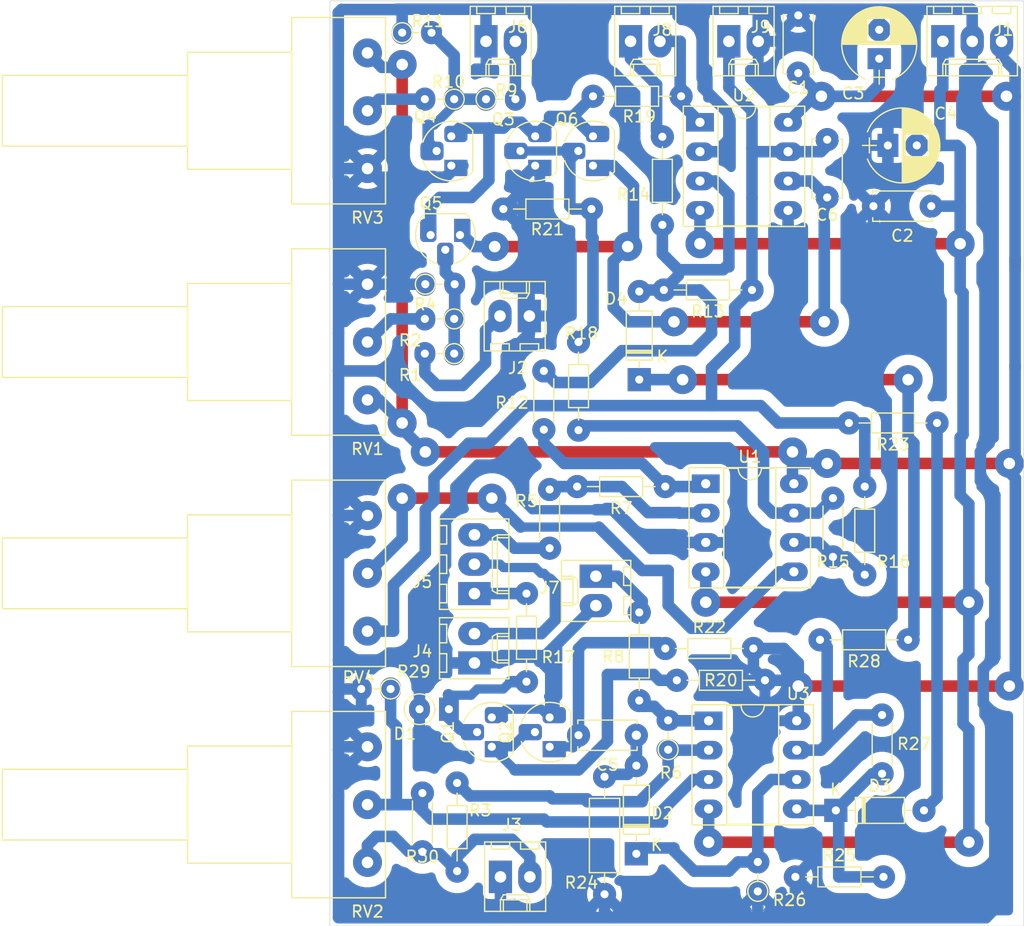
<source format=kicad_pcb>
(kicad_pcb (version 20171130) (host pcbnew "(5.1.6)-1")
  (layers (0 F.Cu signal) (31 B.Cu signal) (34 B.Paste user hide) (35 F.Paste user hide) (36 B.SilkS user hide) (37 F.SilkS user) (38 B.Mask user hide) (39 F.Mask user hide) (44 Edge.Cuts user))
  (net 0 "")
  (net 1 GND)
  (net 2 +12V)
  (net 3 -12V)
  (net 4 "Net-(C5-Pad1)")
  (net 5 "Net-(C5-Pad2)")
  (net 6 "Net-(C6-Pad1)")
  (net 7 "Net-(C6-Pad2)")
  (net 8 "Net-(D1-Pad1)")
  (net 9 "Net-(D2-Pad1)")
  (net 10 "Net-(D3-Pad2)")
  (net 11 "Net-(D3-Pad1)")
  (net 12 SLEW_IN)
  (net 13 "Net-(D4-Pad1)")
  (net 14 "Net-(J2-Pad2)")
  (net 15 "Net-(J3-Pad2)")
  (net 16 "Net-(J4-Pad2)")
  (net 17 TRG)
  (net 18 "Net-(J6-Pad2)")
  (net 19 "Net-(J7-Pad1)")
  (net 20 "Net-(J8-Pad1)")
  (net 21 "Net-(J8-Pad2)")
  (net 22 "Net-(Q1-Pad1)")
  (net 23 "Net-(Q3-Pad3)")
  (net 24 "Net-(Q3-Pad2)")
  (net 25 RISE)
  (net 26 FALL)
  (net 27 "Net-(R2-Pad2)")
  (net 28 "Net-(R3-Pad2)")
  (net 29 "Net-(R5-Pad1)")
  (net 30 GATE)
  (net 31 "Net-(R6-Pad2)")
  (net 32 "Net-(R12-Pad2)")
  (net 33 "Net-(R10-Pad2)")
  (net 34 "Net-(R15-Pad1)")
  (net 35 "Net-(R15-Pad2)")
  (net 36 "Net-(R27-Pad1)")
  (net 37 "Net-(R29-Pad1)")
  (net 38 "Net-(RV4-Pad2)")
  (module Package_TO_SOT_THT:TO-92L_HandSolder (layer F.Cu) (at 60.5 39.25 90)
    (fp_text reference Q4 (at 4.25 -2.25 180) (layer F.SilkS))
    (fp_text value BC547)
    (pad 1 thru_hole rect (at 0 0 90) (size 1.4 2) (drill 0.7 (offset -0.2 0.4)) (layers *.Cu *.Mask) (net 1 GND))
    (pad 3 thru_hole roundrect (at 2.54 0 90) (size 1.4 2) (drill 0.7 (offset 0.2 0.4)) (layers *.Cu *.Mask) (net 23 "Net-(Q3-Pad3)"))
    (pad 2 thru_hole roundrect (at 1.27 -1.27 90) (size 1.6 2) (drill 0.7 (offset 0 -0.4)) (layers *.Cu *.Mask) (net 25 RISE))
  )
  (module Resistors_ThroughHole:R_Axial_DIN0204_L3.6mm_D1.6mm_P5.08mm_Horizontal (layer F.Cu) (at 58 93.5 270)
    (fp_text reference R30 (at 5.5 0 180) (layer F.SilkS))
    (fp_text value 47k)
    (pad 1 thru_hole circle (at 0 0 270) (size 2 2) (drill 0.7) (layers *.Cu *.Mask) (net 37 "Net-(R29-Pad1)"))
    (pad 2 thru_hole oval (at 5.08 0 270) (size 2 2) (drill 0.7) (layers *.Cu *.Mask) (net 15 "Net-(J3-Pad2)"))
  )
  (module Resistors_ThroughHole:R_Axial_DIN0207_L6.3mm_D2.5mm_P10.16mm_Horizontal (layer F.Cu) (at 73.75 102.25 90)
    (fp_text reference R24 (at 1 -2 180) (layer F.SilkS))
    (fp_text value 100k)
    (pad 1 thru_hole circle (at 0 0 90) (size 2 2) (drill 0.7) (layers *.Cu *.Mask) (net 1 GND))
    (pad 2 thru_hole oval (at 10.16 0 90) (size 2 2) (drill 0.7) (layers *.Cu *.Mask) (net 4 "Net-(C5-Pad1)"))
  )
  (module Resistors_ThroughHole:R_Axial_DIN0204_L3.6mm_D1.6mm_P5.08mm_Horizontal (layer F.Cu) (at 93.5 68 270)
    (fp_text reference R15 (at 5.5 0 180) (layer F.SilkS))
    (fp_text value 47k)
    (pad 1 thru_hole circle (at 0 0 270) (size 2 2) (drill 0.7) (layers *.Cu *.Mask) (net 34 "Net-(R15-Pad1)"))
    (pad 2 thru_hole oval (at 5.08 0 270) (size 2 2) (drill 0.7) (layers *.Cu *.Mask) (net 35 "Net-(R15-Pad2)"))
  )
  (module Resistors_ThroughHole:R_Axial_DIN0204_L3.6mm_D1.6mm_P7.62mm_Horizontal (layer F.Cu) (at 80 83.75)
    (fp_text reference R20 (at 3.81 0) (layer F.SilkS))
    (fp_text value 47k)
    (pad 1 thru_hole circle (at 0 0) (size 2 2) (drill 0.7) (layers *.Cu *.Mask) (net 22 "Net-(Q1-Pad1)"))
    (pad 2 thru_hole oval (at 7.62 0) (size 2 2) (drill 0.7) (layers *.Cu *.Mask) (net 2 +12V))
  )
  (module Resistors_ThroughHole:R_Axial_DIN0204_L3.6mm_D1.6mm_P7.62mm_Horizontal (layer F.Cu) (at 79 81)
    (fp_text reference R22 (at 3.81 -1.86) (layer F.SilkS))
    (fp_text value 3.3k)
    (pad 1 thru_hole circle (at 0 0) (size 2 2) (drill 0.7) (layers *.Cu *.Mask) (net 5 "Net-(C5-Pad2)"))
    (pad 2 thru_hole oval (at 7.62 0) (size 2 2) (drill 0.7) (layers *.Cu *.Mask) (net 2 +12V))
  )
  (module Resistors_ThroughHole:R_Axial_DIN0204_L3.6mm_D1.6mm_P7.62mm_Horizontal (layer F.Cu) (at 61 100.25 90)
    (fp_text reference R3 (at 5.25 2 180) (layer F.SilkS))
    (fp_text value 100k)
    (pad 1 thru_hole circle (at 0 0 90) (size 2 2) (drill 0.7) (layers *.Cu *.Mask) (net 15 "Net-(J3-Pad2)"))
    (pad 2 thru_hole oval (at 7.62 0 90) (size 2 2) (drill 0.7) (layers *.Cu *.Mask) (net 28 "Net-(R3-Pad2)"))
  )
  (module Resistors_ThroughHole:R_Axial_DIN0204_L3.6mm_D1.6mm_P5.08mm_Horizontal (layer F.Cu) (at 68.5 57 270)
    (fp_text reference R12 (at 2.75 2.75 180) (layer F.SilkS))
    (fp_text value 47k)
    (pad 1 thru_hole circle (at 0 0 270) (size 2 2) (drill 0.7) (layers *.Cu *.Mask) (net 12 SLEW_IN))
    (pad 2 thru_hole oval (at 5.08 0 270) (size 2 2) (drill 0.7) (layers *.Cu *.Mask) (net 32 "Net-(R12-Pad2)"))
  )
  (module Diode_THT:D_DO-35_SOD27_P2.54mm_Vertical_KathodeUp (layer F.Cu) (at 60.29 86.25 180)
    (fp_text reference D1 (at 3.81 -2.12) (layer F.SilkS))
    (fp_text value 1N4148)
    (pad 2 thru_hole oval (at 2.54 0 180) (size 1.8 2) (drill 0.7) (layers *.Cu *.Mask) (net 1 GND))
    (pad 1 thru_hole rect (at 0 0 180) (size 1.7 2) (drill 0.7) (layers *.Cu *.Mask) (net 8 "Net-(D1-Pad1)"))
  )
  (module Resistors_ThroughHole:R_Axial_DIN0204_L3.6mm_D1.6mm_P2.54mm_Vertical (layer F.Cu) (at 55.25 84.5 180)
    (fp_text reference R29 (at -2 1.5) (layer F.SilkS))
    (fp_text value 47k)
    (pad 1 thru_hole oval (at 0 0 180) (size 1.8 2) (drill 0.7) (layers *.Cu *.Mask) (net 37 "Net-(R29-Pad1)"))
    (pad 2 thru_hole oval (at 2.54 0 180) (size 1.8 2) (drill 0.7) (layers *.Cu *.Mask) (net 1 GND))
  )
  (module Resistors_ThroughHole:R_Axial_DIN0204_L3.6mm_D1.6mm_P5.08mm_Horizontal (layer F.Cu) (at 97.75 86.75 270)
    (fp_text reference R27 (at 2.5 -2.75 180) (layer F.SilkS))
    (fp_text value 1M)
    (pad 1 thru_hole circle (at 0 0 270) (size 2 2) (drill 0.7) (layers *.Cu *.Mask) (net 36 "Net-(R27-Pad1)"))
    (pad 2 thru_hole oval (at 5.08 0 270) (size 2 2) (drill 0.7) (layers *.Cu *.Mask) (net 11 "Net-(D3-Pad1)"))
  )
  (module Resistors_ThroughHole:R_Axial_DIN0204_L3.6mm_D1.6mm_P2.54mm_Vertical (layer F.Cu) (at 87 102 90)
    (fp_text reference R26 (at -0.75 2.75 180) (layer F.SilkS))
    (fp_text value 100k)
    (pad 1 thru_hole circle (at 0 0 90) (size 2 2) (drill 0.7) (layers *.Cu *.Mask) (net 1 GND))
    (pad 2 thru_hole oval (at 2.54 0 90) (size 2 2) (drill 0.7) (layers *.Cu *.Mask) (net 9 "Net-(D2-Pad1)"))
  )
  (module Resistors_ThroughHole:R_Axial_DIN0204_L3.6mm_D1.6mm_P2.54mm_Vertical (layer F.Cu) (at 79.25 89.75 90)
    (fp_text reference R6 (at -2 0.25 180) (layer F.SilkS))
    (fp_text value 100k)
    (pad 1 thru_hole oval (at 0 0 90) (size 1.8 2) (drill 0.7) (layers *.Cu *.Mask) (net 28 "Net-(R3-Pad2)"))
    (pad 2 thru_hole oval (at 2.54 0 90) (size 1.8 2) (drill 0.7) (layers *.Cu *.Mask) (net 31 "Net-(R6-Pad2)"))
  )
  (module Resistors_ThroughHole:R_Axial_DIN0204_L3.6mm_D1.6mm_P5.08mm_Horizontal (layer F.Cu) (at 69 67.25 270)
    (fp_text reference R5 (at 1 2 180) (layer F.SilkS))
    (fp_text value 100k)
    (pad 1 thru_hole circle (at 0 0 270) (size 2 2) (drill 0.7) (layers *.Cu *.Mask) (net 29 "Net-(R5-Pad1)"))
    (pad 2 thru_hole oval (at 5.08 0 270) (size 2 2) (drill 0.7) (layers *.Cu *.Mask) (net 30 GATE))
  )
  (module Resistors_ThroughHole:R_Axial_DIN0204_L3.6mm_D1.6mm_P2.54mm_Vertical (layer F.Cu) (at 60.75 52.5 180)
    (fp_text reference R2 (at 3.81 -1.86) (layer F.SilkS))
    (fp_text value 47k)
    (pad 1 thru_hole oval (at 0 0 180) (size 1.8 2) (drill 0.7) (layers *.Cu *.Mask) (net 26 FALL))
    (pad 2 thru_hole oval (at 2.54 0 180) (size 1.8 2) (drill 0.7) (layers *.Cu *.Mask) (net 27 "Net-(R2-Pad2)"))
  )
  (module Resistors_ThroughHole:R_Axial_DIN0204_L3.6mm_D1.6mm_P2.54mm_Vertical (layer F.Cu) (at 60.75 55.5 180)
    (fp_text reference R1 (at 3.81 -1.86) (layer F.SilkS))
    (fp_text value 47k)
    (pad 1 thru_hole oval (at 0 0 180) (size 1.8 2) (drill 0.7) (layers *.Cu *.Mask) (net 26 FALL))
    (pad 2 thru_hole oval (at 2.54 0 180) (size 1.8 2) (drill 0.7) (layers *.Cu *.Mask) (net 14 "Net-(J2-Pad2)"))
  )
  (module Resistors_ThroughHole:R_Axial_DIN0204_L3.6mm_D1.6mm_P2.54mm_Vertical (layer F.Cu) (at 58.25 49.5)
    (fp_text reference R4 (at 0 1.75) (layer F.SilkS))
    (fp_text value 1k)
    (pad 1 thru_hole oval (at 0 0) (size 1.8 2) (drill 0.7) (layers *.Cu *.Mask) (net 1 GND))
    (pad 2 thru_hole oval (at 2.54 0) (size 1.8 2) (drill 0.7) (layers *.Cu *.Mask) (net 26 FALL))
  )
  (module Resistors_ThroughHole:R_Axial_DIN0204_L3.6mm_D1.6mm_P2.54mm_Vertical (layer F.Cu) (at 60.75 33.5 180)
    (fp_text reference R10 (at 0.5 1.5) (layer F.SilkS))
    (fp_text value 47k)
    (pad 1 thru_hole oval (at 0 0 180) (size 1.8 2) (drill 0.7) (layers *.Cu *.Mask) (net 25 RISE))
    (pad 2 thru_hole oval (at 2.54 0 180) (size 1.8 2) (drill 0.7) (layers *.Cu *.Mask) (net 33 "Net-(R10-Pad2)"))
  )
  (module Resistors_ThroughHole:R_Axial_DIN0204_L3.6mm_D1.6mm_P2.54mm_Vertical (layer F.Cu) (at 63.5 33.5)
    (fp_text reference R9 (at 1.75 -0.75) (layer F.SilkS))
    (fp_text value 47k)
    (pad 1 thru_hole oval (at 0 0) (size 1.8 2) (drill 0.7) (layers *.Cu *.Mask) (net 25 RISE))
    (pad 2 thru_hole oval (at 2.54 0) (size 1.8 2) (drill 0.7) (layers *.Cu *.Mask) (net 18 "Net-(J6-Pad2)"))
  )
  (module Resistors_ThroughHole:R_Axial_DIN0204_L3.6mm_D1.6mm_P2.54mm_Vertical (layer F.Cu) (at 56.25 27.75)
    (fp_text reference R11 (at 2.25 -1) (layer F.SilkS))
    (fp_text value 1k)
    (pad 1 thru_hole oval (at 0 0) (size 1.8 2) (drill 0.7) (layers *.Cu *.Mask) (net 1 GND))
    (pad 2 thru_hole oval (at 2.54 0) (size 1.8 2) (drill 0.7) (layers *.Cu *.Mask) (net 25 RISE))
  )
  (module Potentiometers:Potentiometer_Piher_PC-16_Single_Vertical (layer F.Cu) (at 53.25 69.5 180)
    (fp_text reference RV4 (at 0.75 -14) (layer F.SilkS))
    (fp_text value "100k B")
    (pad 3 thru_hole circle (at 0 -10 180) (size 2.5 2.5) (drill 1) (layers *.Cu *.Mask) (net 6 "Net-(C6-Pad1)"))
    (pad 2 thru_hole circle (at 0 -5 180) (size 2.5 2.5) (drill 1) (layers *.Cu *.Mask) (net 38 "Net-(RV4-Pad2)"))
    (pad 1 thru_hole circle (at 0 0 180) (size 2.5 2.5) (drill 1) (layers *.Cu *.Mask) (net 1 GND))
  )
  (module Potentiometers:Potentiometer_Piher_PC-16_Single_Vertical (layer F.Cu) (at 53.25 29.5 180)
    (fp_text reference RV3 (at 0 -14.25) (layer F.SilkS))
    (fp_text value "10k A")
    (pad 3 thru_hole circle (at 0 -10 180) (size 2.5 2.5) (drill 1) (layers *.Cu *.Mask) (net 1 GND))
    (pad 2 thru_hole circle (at 0 -5 180) (size 2.5 2.5) (drill 1) (layers *.Cu *.Mask) (net 33 "Net-(R10-Pad2)"))
    (pad 1 thru_hole circle (at 0 0 180) (size 2.5 2.5) (drill 1) (layers *.Cu *.Mask) (net 2 +12V))
  )
  (module Potentiometers:Potentiometer_Piher_PC-16_Single_Vertical (layer F.Cu) (at 53.25 89.5 180)
    (fp_text reference RV2 (at 0 -14.25) (layer F.SilkS))
    (fp_text value "100k B")
    (pad 3 thru_hole circle (at 0 -10 180) (size 2.5 2.5) (drill 1) (layers *.Cu *.Mask) (net 15 "Net-(J3-Pad2)"))
    (pad 2 thru_hole circle (at 0 -5 180) (size 2.5 2.5) (drill 1) (layers *.Cu *.Mask) (net 37 "Net-(R29-Pad1)"))
    (pad 1 thru_hole circle (at 0 0 180) (size 2.5 2.5) (drill 1) (layers *.Cu *.Mask) (net 1 GND))
  )
  (module Potentiometers:Potentiometer_Piher_PC-16_Single_Vertical (layer F.Cu) (at 53.25 49.5 180)
    (fp_text reference RV1 (at 0 -14.25) (layer F.SilkS))
    (fp_text value "10k A")
    (pad 3 thru_hole circle (at 0 -10 180) (size 2.5 2.5) (drill 1) (layers *.Cu *.Mask) (net 2 +12V))
    (pad 2 thru_hole circle (at 0 -5 180) (size 2.5 2.5) (drill 1) (layers *.Cu *.Mask) (net 27 "Net-(R2-Pad2)"))
    (pad 1 thru_hole circle (at 0 0 180) (size 2.5 2.5) (drill 1) (layers *.Cu *.Mask) (net 1 GND))
  )
  (module Connectors_Molex:Molex_KK-6410-03_03x2.54mm_Straight (layer F.Cu) (at 62.5 76.25 90)
    (fp_text reference J5 (at 1 -4.5 180) (layer F.SilkS))
    (fp_text value "Gate/Trigger Switch")
    (pad 1 thru_hole rect (at 0 0 90) (size 2 2.8) (drill 1) (layers *.Cu *.Mask) (net 17 TRG))
    (pad 2 thru_hole oval (at 2.54 0 90) (size 2 2.8) (drill 1) (layers *.Cu *.Mask) (net 16 "Net-(J4-Pad2)"))
    (pad 3 thru_hole oval (at 5.08 0 90) (size 2 2.8) (drill 1) (layers *.Cu *.Mask) (net 30 GATE))
  )
  (module Package_DIP:DIP-8_W7.62mm_Socket_LongPads (layer F.Cu) (at 82.75 87.25)
    (fp_text reference U3 (at 7.75 -2.33) (layer F.SilkS))
    (fp_text value TL072)
    (pad 8 thru_hole oval (at 7.62 0) (size 2.4 1.6) (drill 0.8) (layers *.Cu *.Mask) (net 2 +12V))
    (pad 4 thru_hole oval (at 0 7.62) (size 2.4 1.6) (drill 0.8) (layers *.Cu *.Mask) (net 3 -12V))
    (pad 7 thru_hole oval (at 7.62 2.54) (size 2.4 1.6) (drill 0.8) (layers *.Cu *.Mask) (net 36 "Net-(R27-Pad1)"))
    (pad 3 thru_hole oval (at 0 5.08) (size 2.4 1.6) (drill 0.8) (layers *.Cu *.Mask) (net 37 "Net-(R29-Pad1)"))
    (pad 6 thru_hole oval (at 7.62 5.08) (size 2.4 1.6) (drill 0.8) (layers *.Cu *.Mask) (net 9 "Net-(D2-Pad1)"))
    (pad 2 thru_hole oval (at 0 2.54) (size 2.4 1.6) (drill 0.8) (layers *.Cu *.Mask) (net 28 "Net-(R3-Pad2)"))
    (pad 5 thru_hole oval (at 7.62 7.62) (size 2.4 1.6) (drill 0.8) (layers *.Cu *.Mask) (net 11 "Net-(D3-Pad1)"))
    (pad 1 thru_hole rect (at 0 0) (size 2.4 1.6) (drill 0.8) (layers *.Cu *.Mask) (net 31 "Net-(R6-Pad2)"))
  )
  (module Package_DIP:DIP-8_W7.62mm_Socket_LongPads (layer F.Cu) (at 82 35.5)
    (fp_text reference U2 (at 3.81 -2.33) (layer F.SilkS))
    (fp_text value TL072)
    (pad 8 thru_hole oval (at 7.62 0) (size 2.4 1.6) (drill 0.8) (layers *.Cu *.Mask) (net 2 +12V))
    (pad 4 thru_hole oval (at 0 7.62) (size 2.4 1.6) (drill 0.8) (layers *.Cu *.Mask) (net 3 -12V))
    (pad 7 thru_hole oval (at 7.62 2.54) (size 2.4 1.6) (drill 0.8) (layers *.Cu *.Mask) (net 6 "Net-(C6-Pad1)"))
    (pad 3 thru_hole oval (at 0 5.08) (size 2.4 1.6) (drill 0.8) (layers *.Cu *.Mask) (net 12 SLEW_IN))
    (pad 6 thru_hole oval (at 7.62 5.08) (size 2.4 1.6) (drill 0.8) (layers *.Cu *.Mask) (net 7 "Net-(C6-Pad2)"))
    (pad 2 thru_hole oval (at 0 2.54) (size 2.4 1.6) (drill 0.8) (layers *.Cu *.Mask) (net 1 GND))
    (pad 5 thru_hole oval (at 7.62 7.62) (size 2.4 1.6) (drill 0.8) (layers *.Cu *.Mask) (net 1 GND))
    (pad 1 thru_hole rect (at 0 0) (size 2.4 1.6) (drill 0.8) (layers *.Cu *.Mask) (net 21 "Net-(J8-Pad2)"))
  )
  (module Package_DIP:DIP-8_W7.62mm_Socket_LongPads (layer F.Cu) (at 82.5 66.75)
    (fp_text reference U1 (at 3.81 -2.33) (layer F.SilkS))
    (fp_text value TL072)
    (pad 8 thru_hole oval (at 7.62 0) (size 2.4 1.6) (drill 0.8) (layers *.Cu *.Mask) (net 2 +12V))
    (pad 4 thru_hole oval (at 0 7.62) (size 2.4 1.6) (drill 0.8) (layers *.Cu *.Mask) (net 3 -12V))
    (pad 7 thru_hole oval (at 7.62 2.54) (size 2.4 1.6) (drill 0.8) (layers *.Cu *.Mask) (net 34 "Net-(R15-Pad1)"))
    (pad 3 thru_hole oval (at 0 5.08) (size 2.4 1.6) (drill 0.8) (layers *.Cu *.Mask) (net 1 GND))
    (pad 6 thru_hole oval (at 7.62 5.08) (size 2.4 1.6) (drill 0.8) (layers *.Cu *.Mask) (net 35 "Net-(R15-Pad2)"))
    (pad 2 thru_hole oval (at 0 2.54) (size 2.4 1.6) (drill 0.8) (layers *.Cu *.Mask) (net 29 "Net-(R5-Pad1)"))
    (pad 5 thru_hole oval (at 7.62 7.62) (size 2.4 1.6) (drill 0.8) (layers *.Cu *.Mask) (net 38 "Net-(RV4-Pad2)"))
    (pad 1 thru_hole rect (at 0 0) (size 2.4 1.6) (drill 0.8) (layers *.Cu *.Mask) (net 32 "Net-(R12-Pad2)"))
  )
  (module Resistors_ThroughHole:R_Axial_DIN0204_L3.6mm_D1.6mm_P7.62mm_Horizontal (layer F.Cu) (at 100 80.25 180)
    (fp_text reference R28 (at 3.81 -1.86) (layer F.SilkS))
    (fp_text value 47k)
    (pad 1 thru_hole circle (at 0 0 180) (size 2 2) (drill 0.7) (layers *.Cu *.Mask) (net 13 "Net-(D4-Pad1)"))
    (pad 2 thru_hole oval (at 7.62 0 180) (size 2 2) (drill 0.7) (layers *.Cu *.Mask) (net 36 "Net-(R27-Pad1)"))
  )
  (module Resistors_ThroughHole:R_Axial_DIN0204_L3.6mm_D1.6mm_P7.62mm_Horizontal (layer F.Cu) (at 90.25 100.75)
    (fp_text reference R25 (at 3.81 -1.86) (layer F.SilkS))
    (fp_text value 100k)
    (pad 1 thru_hole circle (at 0 0) (size 2 2) (drill 0.7) (layers *.Cu *.Mask) (net 1 GND))
    (pad 2 thru_hole oval (at 7.62 0) (size 2 2) (drill 0.7) (layers *.Cu *.Mask) (net 11 "Net-(D3-Pad1)"))
  )
  (module Resistors_ThroughHole:R_Axial_DIN0204_L3.6mm_D1.6mm_P7.62mm_Horizontal (layer F.Cu) (at 102.5 61.5 180)
    (fp_text reference R23 (at 3.81 -1.86) (layer F.SilkS))
    (fp_text value 470k)
    (pad 1 thru_hole circle (at 0 0 180) (size 2 2) (drill 0.7) (layers *.Cu *.Mask) (net 10 "Net-(D3-Pad2)"))
    (pad 2 thru_hole oval (at 7.62 0 180) (size 2 2) (drill 0.7) (layers *.Cu *.Mask) (net 6 "Net-(C6-Pad1)"))
  )
  (module Resistors_ThroughHole:R_Axial_DIN0204_L3.6mm_D1.6mm_P7.62mm_Horizontal (layer F.Cu) (at 65 43)
    (fp_text reference R21 (at 3.81 1.75) (layer F.SilkS))
    (fp_text value 1k)
    (pad 1 thru_hole circle (at 0 0) (size 2 2) (drill 0.7) (layers *.Cu *.Mask) (net 1 GND))
    (pad 2 thru_hole oval (at 7.62 0) (size 2 2) (drill 0.7) (layers *.Cu *.Mask) (net 24 "Net-(Q3-Pad2)"))
  )
  (module Resistors_ThroughHole:R_Axial_DIN0204_L3.6mm_D1.6mm_P7.62mm_Horizontal (layer F.Cu) (at 72.75 33.25)
    (fp_text reference R19 (at 4 1.75) (layer F.SilkS))
    (fp_text value 3.3k)
    (pad 1 thru_hole circle (at 0 0) (size 2 2) (drill 0.7) (layers *.Cu *.Mask) (net 23 "Net-(Q3-Pad3)"))
    (pad 2 thru_hole oval (at 7.62 0) (size 2 2) (drill 0.7) (layers *.Cu *.Mask) (net 21 "Net-(J8-Pad2)"))
  )
  (module Resistors_ThroughHole:R_Axial_DIN0204_L3.6mm_D1.6mm_P7.62mm_Horizontal (layer F.Cu) (at 71.5 54.5 270)
    (fp_text reference R18 (at -0.75 -0.25 180) (layer F.SilkS))
    (fp_text value 47k)
    (pad 1 thru_hole circle (at 0 0 270) (size 2 2) (drill 0.7) (layers *.Cu *.Mask) (net 24 "Net-(Q3-Pad2)"))
    (pad 2 thru_hole oval (at 7.62 0 270) (size 2 2) (drill 0.7) (layers *.Cu *.Mask) (net 34 "Net-(R15-Pad1)"))
  )
  (module Resistors_ThroughHole:R_Axial_DIN0204_L3.6mm_D1.6mm_P7.62mm_Horizontal (layer F.Cu) (at 67 76.25 270)
    (fp_text reference R17 (at 5.5 -2.75 180) (layer F.SilkS))
    (fp_text value 100k)
    (pad 1 thru_hole circle (at 0 0 270) (size 2 2) (drill 0.7) (layers *.Cu *.Mask) (net 17 TRG))
    (pad 2 thru_hole oval (at 7.62 0 270) (size 2 2) (drill 0.7) (layers *.Cu *.Mask) (net 8 "Net-(D1-Pad1)"))
  )
  (module Resistors_ThroughHole:R_Axial_DIN0204_L3.6mm_D1.6mm_P7.62mm_Horizontal (layer F.Cu) (at 96.25 67 270)
    (fp_text reference R16 (at 6.5 -2.5 180) (layer F.SilkS))
    (fp_text value 47k)
    (pad 1 thru_hole circle (at 0 0 270) (size 2 2) (drill 0.7) (layers *.Cu *.Mask) (net 6 "Net-(C6-Pad1)"))
    (pad 2 thru_hole oval (at 7.62 0 270) (size 2 2) (drill 0.7) (layers *.Cu *.Mask) (net 35 "Net-(R15-Pad2)"))
  )
  (module Resistors_ThroughHole:R_Axial_DIN0204_L3.6mm_D1.6mm_P7.62mm_Horizontal (layer F.Cu) (at 78.75 36.75 270)
    (fp_text reference R14 (at 5 2.5 180) (layer F.SilkS))
    (fp_text value 100k)
    (pad 1 thru_hole circle (at 0 0 270) (size 2 2) (drill 0.7) (layers *.Cu *.Mask) (net 20 "Net-(J8-Pad1)"))
    (pad 2 thru_hole oval (at 7.62 0 270) (size 2 2) (drill 0.7) (layers *.Cu *.Mask) (net 12 SLEW_IN))
  )
  (module Resistors_ThroughHole:R_Axial_DIN0204_L3.6mm_D1.6mm_P7.62mm_Horizontal (layer F.Cu) (at 86.5 50 180)
    (fp_text reference R13 (at 3.81 -1.86) (layer F.SilkS))
    (fp_text value 47k)
    (pad 1 thru_hole circle (at 0 0 180) (size 2 2) (drill 0.7) (layers *.Cu *.Mask) (net 6 "Net-(C6-Pad1)"))
    (pad 2 thru_hole oval (at 7.62 0 180) (size 2 2) (drill 0.7) (layers *.Cu *.Mask) (net 12 SLEW_IN))
  )
  (module Resistors_ThroughHole:R_Axial_DIN0204_L3.6mm_D1.6mm_P7.62mm_Horizontal (layer F.Cu) (at 76.75 85.5 90)
    (fp_text reference R8 (at 3.81 -2.25 180) (layer F.SilkS))
    (fp_text value 100)
    (pad 1 thru_hole circle (at 0 0 90) (size 2 2) (drill 0.7) (layers *.Cu *.Mask) (net 31 "Net-(R6-Pad2)"))
    (pad 2 thru_hole oval (at 7.62 0 90) (size 2 2) (drill 0.7) (layers *.Cu *.Mask) (net 19 "Net-(J7-Pad1)"))
  )
  (module Resistors_ThroughHole:R_Axial_DIN0204_L3.6mm_D1.6mm_P7.62mm_Horizontal (layer F.Cu) (at 79 67 180)
    (fp_text reference R7 (at 3.81 -1.86) (layer F.SilkS))
    (fp_text value 100k)
    (pad 1 thru_hole circle (at 0 0 180) (size 2 2) (drill 0.7) (layers *.Cu *.Mask) (net 32 "Net-(R12-Pad2)"))
    (pad 2 thru_hole oval (at 7.62 0 180) (size 2 2) (drill 0.7) (layers *.Cu *.Mask) (net 29 "Net-(R5-Pad1)"))
  )
  (module Package_TO_SOT_THT:TO-92L_HandSolder (layer F.Cu) (at 72.75 39.25 90)
    (fp_text reference Q6 (at 4 -2.25 180) (layer F.SilkS))
    (fp_text value BC547)
    (pad 1 thru_hole rect (at 0 0 90) (size 1.4 2) (drill 0.7 (offset -0.2 0.4)) (layers *.Cu *.Mask) (net 7 "Net-(C6-Pad2)"))
    (pad 3 thru_hole roundrect (at 2.54 0 90) (size 1.4 2) (drill 0.7 (offset 0.2 0.4)) (layers *.Cu *.Mask) (net 23 "Net-(Q3-Pad3)"))
    (pad 2 thru_hole roundrect (at 1.27 -1.27 90) (size 1.4 2) (drill 0.7 (offset 0 -0.4)) (layers *.Cu *.Mask) (net 24 "Net-(Q3-Pad2)"))
  )
  (module Package_TO_SOT_THT:TO-92L_HandSolder (layer F.Cu) (at 61.25 45.25 180)
    (fp_text reference Q5 (at 2.5 2.75) (layer F.SilkS))
    (fp_text value BC557)
    (pad 1 thru_hole rect (at 0 0 180) (size 1.4 2) (drill 0.7 (offset -0.2 0.4)) (layers *.Cu *.Mask) (net 7 "Net-(C6-Pad2)"))
    (pad 3 thru_hole roundrect (at 2.54 0 180) (size 1.4 2) (drill 0.7 (offset 0.2 0.4)) (layers *.Cu *.Mask) (net 23 "Net-(Q3-Pad3)"))
    (pad 2 thru_hole roundrect (at 1.27 -1.27 180) (size 1.4 2) (drill 0.7 (offset 0 -0.4)) (layers *.Cu *.Mask) (net 26 FALL))
  )
  (module Package_TO_SOT_THT:TO-92L_HandSolder (layer F.Cu) (at 67.75 39.25 90)
    (fp_text reference Q3 (at 4 -2.75 180) (layer F.SilkS))
    (fp_text value BC557)
    (pad 1 thru_hole rect (at 0 0 90) (size 1.4 2) (drill 0.7 (offset -0.2 0.4)) (layers *.Cu *.Mask) (net 1 GND))
    (pad 3 thru_hole roundrect (at 2.54 0 90) (size 1.4 2) (drill 0.7 (offset 0.2 0.4)) (layers *.Cu *.Mask) (net 23 "Net-(Q3-Pad3)"))
    (pad 2 thru_hole roundrect (at 1.27 -1.27 90) (size 1.4 2) (drill 0.7 (offset 0 -0.4)) (layers *.Cu *.Mask) (net 24 "Net-(Q3-Pad2)"))
  )
  (module Package_TO_SOT_THT:TO-92L_HandSolder (layer F.Cu) (at 69 89.5 90)
    (fp_text reference Q2 (at 1.27 -3.8 90) (layer F.SilkS))
    (fp_text value BC547)
    (pad 1 thru_hole rect (at 0 0 90) (size 1.4 2) (drill 0.7 (offset -0.2 0.4)) (layers *.Cu *.Mask) (net 5 "Net-(C5-Pad2)"))
    (pad 3 thru_hole roundrect (at 2.54 0 90) (size 1.4 2) (drill 0.7 (offset 0.2 0.4)) (layers *.Cu *.Mask) (net 1 GND))
    (pad 2 thru_hole roundrect (at 1.27 -1.27 90) (size 1.4 2) (drill 0.7 (offset 0 -0.4)) (layers *.Cu *.Mask) (net 22 "Net-(Q1-Pad1)"))
  )
  (module Package_TO_SOT_THT:TO-92L_HandSolder (layer F.Cu) (at 64 89.5 90)
    (fp_text reference Q1 (at 1.27 -3.8 90) (layer F.SilkS))
    (fp_text value BC547)
    (pad 1 thru_hole rect (at 0 0 90) (size 1.4 2) (drill 0.7 (offset -0.2 0.4)) (layers *.Cu *.Mask) (net 22 "Net-(Q1-Pad1)"))
    (pad 3 thru_hole roundrect (at 2.54 0 90) (size 1.4 2) (drill 0.7 (offset 0.2 0.4)) (layers *.Cu *.Mask) (net 1 GND))
    (pad 2 thru_hole roundrect (at 1.27 -1.27 90) (size 1.4 2) (drill 0.7 (offset 0 -0.4)) (layers *.Cu *.Mask) (net 8 "Net-(D1-Pad1)"))
  )
  (module Connectors_Molex:Molex_KK-6410-02_02x2.54mm_Straight (layer F.Cu) (at 84.5 28.5)
    (fp_text reference J9 (at 2.75 -1.25) (layer F.SilkS))
    (fp_text value OUT)
    (pad 1 thru_hole rect (at 0 0) (size 2 2.8) (drill 1) (layers *.Cu *.Mask) (net 6 "Net-(C6-Pad1)"))
    (pad 2 thru_hole oval (at 2.54 0) (size 2 2.8) (drill 1) (layers *.Cu *.Mask) (net 1 GND))
  )
  (module Connectors_Molex:Molex_KK-6410-02_02x2.54mm_Straight (layer F.Cu) (at 76 28.5)
    (fp_text reference J8 (at 2.75 -1) (layer F.SilkS))
    (fp_text value "Cycle Switch")
    (pad 1 thru_hole rect (at 0 0) (size 2 2.8) (drill 1) (layers *.Cu *.Mask) (net 20 "Net-(J8-Pad1)"))
    (pad 2 thru_hole oval (at 2.54 0) (size 2 2.8) (drill 1) (layers *.Cu *.Mask) (net 21 "Net-(J8-Pad2)"))
  )
  (module Connectors_Molex:Molex_KK-6410-02_02x2.54mm_Straight (layer F.Cu) (at 73 74.75 270)
    (fp_text reference J7 (at 1 4 180) (layer F.SilkS))
    (fp_text value ATV_OUT)
    (pad 1 thru_hole rect (at 0 0 270) (size 2 2.8) (drill 1) (layers *.Cu *.Mask) (net 19 "Net-(J7-Pad1)"))
    (pad 2 thru_hole oval (at 2.54 0 270) (size 2 2.8) (drill 1) (layers *.Cu *.Mask) (net 1 GND))
  )
  (module Connectors_Molex:Molex_KK-6410-02_02x2.54mm_Straight (layer F.Cu) (at 63.5 28.5)
    (fp_text reference J6 (at 2.75 -1.25) (layer F.SilkS))
    (fp_text value CV_RISE)
    (pad 1 thru_hole rect (at 0 0) (size 2 2.8) (drill 1) (layers *.Cu *.Mask) (net 1 GND))
    (pad 2 thru_hole oval (at 2.54 0) (size 2 2.8) (drill 1) (layers *.Cu *.Mask) (net 18 "Net-(J6-Pad2)"))
  )
  (module Connectors_Molex:Molex_KK-6410-02_02x2.54mm_Straight (layer F.Cu) (at 62.5 82.25 90)
    (fp_text reference J4 (at 1 -4.5 180) (layer F.SilkS))
    (fp_text value "GATE/TRIGGER IN")
    (pad 1 thru_hole rect (at 0 0 90) (size 2 2.8) (drill 1) (layers *.Cu *.Mask) (net 1 GND))
    (pad 2 thru_hole oval (at 2.54 0 90) (size 2 2.8) (drill 1) (layers *.Cu *.Mask) (net 16 "Net-(J4-Pad2)"))
  )
  (module Connectors_Molex:Molex_KK-6410-02_02x2.54mm_Straight (layer F.Cu) (at 64.75 100.75)
    (fp_text reference J3 (at 1 -4.5) (layer F.SilkS))
    (fp_text value ATV_IN)
    (pad 1 thru_hole rect (at 0 0) (size 2 2.8) (drill 1) (layers *.Cu *.Mask) (net 1 GND))
    (pad 2 thru_hole oval (at 2.54 0) (size 2 2.8) (drill 1) (layers *.Cu *.Mask) (net 15 "Net-(J3-Pad2)"))
  )
  (module Connectors_Molex:Molex_KK-6410-02_02x2.54mm_Straight (layer F.Cu) (at 67.25 52.25 180)
    (fp_text reference J2 (at 1 -4.5) (layer F.SilkS))
    (fp_text value CV_FALL)
    (pad 1 thru_hole rect (at 0 0 180) (size 2 2.8) (drill 1) (layers *.Cu *.Mask) (net 1 GND))
    (pad 2 thru_hole oval (at 2.54 0 180) (size 2 2.8) (drill 1) (layers *.Cu *.Mask) (net 14 "Net-(J2-Pad2)"))
  )
  (module Connectors_Molex:Molex_KK-6410-03_03x2.54mm_Straight (layer F.Cu) (at 103 28.5)
    (fp_text reference J1 (at 5.25 -1) (layer F.SilkS))
    (fp_text value POWER)
    (pad 1 thru_hole rect (at 0 0) (size 2 2.8) (drill 1) (layers *.Cu *.Mask) (net 3 -12V))
    (pad 2 thru_hole oval (at 2.54 0) (size 2 2.8) (drill 1) (layers *.Cu *.Mask) (net 1 GND))
    (pad 3 thru_hole oval (at 5.08 0) (size 2 2.8) (drill 1) (layers *.Cu *.Mask) (net 2 +12V))
  )
  (module Diode_THT:D_DO-35_SOD27_P7.62mm_Horizontal (layer F.Cu) (at 76.75 57.75 90)
    (fp_text reference D4 (at 7 -2 180) (layer F.SilkS))
    (fp_text value 1N4148)
    (fp_text user K (at 2 2 180) (layer F.SilkS))
    (pad 2 thru_hole oval (at 7.62 0 90) (size 2 2) (drill 0.7) (layers *.Cu *.Mask) (net 12 SLEW_IN))
    (pad 1 thru_hole rect (at 0 0 90) (size 2 2) (drill 0.7) (layers *.Cu *.Mask) (net 13 "Net-(D4-Pad1)"))
  )
  (module Diode_THT:D_DO-35_SOD27_P7.62mm_Horizontal (layer F.Cu) (at 93.75 95)
    (fp_text reference D3 (at 3.81 -2.12) (layer F.SilkS))
    (fp_text value 1N4148)
    (fp_text user K (at 0 -1.8) (layer F.SilkS))
    (pad 2 thru_hole oval (at 7.62 0) (size 2 2) (drill 0.7) (layers *.Cu *.Mask) (net 10 "Net-(D3-Pad2)"))
    (pad 1 thru_hole rect (at 0 0) (size 2 2) (drill 0.7) (layers *.Cu *.Mask) (net 11 "Net-(D3-Pad1)"))
  )
  (module Diode_THT:D_DO-35_SOD27_P7.62mm_Horizontal (layer F.Cu) (at 76.5 98.75 90)
    (fp_text reference D2 (at 3.5 2.25 180) (layer F.SilkS))
    (fp_text value 1N4148)
    (fp_text user K (at 0.75 1.75 180) (layer F.SilkS))
    (pad 2 thru_hole oval (at 7.62 0 90) (size 2 2) (drill 0.7) (layers *.Cu *.Mask) (net 4 "Net-(C5-Pad1)"))
    (pad 1 thru_hole rect (at 0 0 90) (size 2 2) (drill 0.7) (layers *.Cu *.Mask) (net 9 "Net-(D2-Pad1)"))
  )
  (module Capacitors_ThroughHole:C_Disc_D5.0mm_W2.5mm_P5.00mm (layer F.Cu) (at 93 37 270)
    (fp_text reference C6 (at 6.5 0 180) (layer F.SilkS))
    (fp_text value 100nF)
    (pad 1 thru_hole circle (at 0 0 270) (size 2 2) (drill 0.7) (layers *.Cu *.Mask) (net 6 "Net-(C6-Pad1)"))
    (pad 2 thru_hole circle (at 5 0 270) (size 2 2) (drill 0.7) (layers *.Cu *.Mask) (net 7 "Net-(C6-Pad2)"))
  )
  (module Capacitors_ThroughHole:C_Disc_D5.0mm_W2.5mm_P5.00mm (layer F.Cu) (at 76.5 88.5 180)
    (fp_text reference C5 (at 2.5 -2.56) (layer F.SilkS))
    (fp_text value 470pF)
    (pad 1 thru_hole circle (at 0 0 180) (size 2 2) (drill 0.8) (layers *.Cu *.Mask) (net 4 "Net-(C5-Pad1)"))
    (pad 2 thru_hole circle (at 5 0 180) (size 2 2) (drill 0.7) (layers *.Cu *.Mask) (net 5 "Net-(C5-Pad2)"))
  )
  (module Capacitors_ThroughHole:CP_Radial_D6.3mm_P2.50mm (layer F.Cu) (at 98.25 37.5)
    (fp_text reference C4 (at 5 -2.75) (layer F.SilkS))
    (fp_text value 100uFx25V)
    (pad 1 thru_hole rect (at 0 0) (size 1.8 2) (drill 0.7) (layers *.Cu *.Mask) (net 1 GND))
    (pad 2 thru_hole circle (at 2.5 0) (size 2 2) (drill 0.7) (layers *.Cu *.Mask) (net 3 -12V))
  )
  (module Capacitors_ThroughHole:CP_Radial_D6.3mm_P2.50mm (layer F.Cu) (at 97.5 30 90)
    (fp_text reference C3 (at -3 -2.25 180) (layer F.SilkS))
    (fp_text value 100uFx25V)
    (pad 1 thru_hole rect (at 0 0 90) (size 1.8 2) (drill 0.7) (layers *.Cu *.Mask) (net 2 +12V))
    (pad 2 thru_hole circle (at 2.5 0 90) (size 2 2) (drill 0.7) (layers *.Cu *.Mask) (net 1 GND))
  )
  (module Capacitors_ThroughHole:C_Disc_D5.0mm_W2.5mm_P5.00mm (layer F.Cu) (at 102 42.75 180)
    (fp_text reference C2 (at 2.5 -2.56) (layer F.SilkS))
    (fp_text value 100nF)
    (pad 1 thru_hole circle (at 0 0 180) (size 2 2) (drill 0.7) (layers *.Cu *.Mask) (net 3 -12V))
    (pad 2 thru_hole circle (at 5 0 180) (size 2 2) (drill 0.7) (layers *.Cu *.Mask) (net 1 GND))
  )
  (module Capacitors_ThroughHole:C_Disc_D5.0mm_W2.5mm_P5.00mm (layer F.Cu) (at 90.5 26.25 270)
    (fp_text reference C1 (at 6.25 0 180) (layer F.SilkS))
    (fp_text value 100nF)
    (pad 1 thru_hole circle (at 0 0 270) (size 2 2) (drill 0.7) (layers *.Cu *.Mask) (net 1 GND))
    (pad 2 thru_hole circle (at 5 0 270) (size 2 2) (drill 0.7) (layers *.Cu *.Mask) (net 2 +12V))
  )
  (gr_line (start 110 105) (end 110 25) (layer Edge.Cuts) (width 0.05))
  (gr_line (start 100 105) (end 110 105) (layer Edge.Cuts) (width 0.05))
  (gr_line (start 100 25) (end 110 25) (layer Edge.Cuts) (width 0.05))
  (gr_line (start 50 105) (end 50 25) (layer Edge.Cuts) (width 0.05))
  (gr_line (start 100 105) (end 50 105) (layer Edge.Cuts) (width 0.05))
  (gr_line (start 50 25) (end 100 25) (layer Edge.Cuts) (width 0.05))
  (segment (start 50.72501 26.02499) (end 51 25.75) (width 1) (layer B.Cu) (net 1))
  (segment (start 56.25 25.75) (end 56.25 27.75) (width 1) (layer B.Cu) (net 1))
  (segment (start 63.5 28.5) (end 63.5 25.72501) (width 1) (layer B.Cu) (net 1))
  (segment (start 55.77499 25.72501) (end 55.75 25.75) (width 1) (layer B.Cu) (net 1))
  (segment (start 63.5 25.72501) (end 55.77499 25.72501) (width 1) (layer B.Cu) (net 1))
  (segment (start 51 25.75) (end 55.75 25.75) (width 1) (layer B.Cu) (net 1))
  (segment (start 55.75 25.75) (end 56.25 25.75) (width 1) (layer B.Cu) (net 1))
  (segment (start 50.72501 27.77499) (end 50.72501 26.02499) (width 1) (layer B.Cu) (net 1))
  (segment (start 50.75 49.5) (end 50.75 40.25) (width 1) (layer B.Cu) (net 1))
  (segment (start 50.75 40.25) (end 50.72501 40.22501) (width 1) (layer B.Cu) (net 1))
  (segment (start 50.72501 29.5) (end 50.72501 27.77499) (width 1) (layer B.Cu) (net 1))
  (segment (start 53.25 49.5) (end 50.75 49.5) (width 1) (layer B.Cu) (net 1))
  (segment (start 56.5 49.5) (end 53.25 49.5) (width 1) (layer B.Cu) (net 1))
  (segment (start 53.25 69.5) (end 50.75 69.5) (width 1) (layer B.Cu) (net 1))
  (segment (start 50.75 53.75) (end 50.75 49.5) (width 1) (layer B.Cu) (net 1))
  (segment (start 50.95002 39.5) (end 50.72501 39.27499) (width 1) (layer B.Cu) (net 1))
  (segment (start 53.25 39.5) (end 50.95002 39.5) (width 1) (layer B.Cu) (net 1))
  (segment (start 50.72501 40.22501) (end 50.72501 39.27499) (width 1) (layer B.Cu) (net 1))
  (segment (start 50.72501 39.27499) (end 50.72501 27.77499) (width 1) (layer B.Cu) (net 1))
  (segment (start 56.5 49.5) (end 58 49.5) (width 1) (layer B.Cu) (net 1))
  (segment (start 60.5 39.25) (end 60.5 39.75) (width 1) (layer B.Cu) (net 1))
  (segment (start 60.5 39.75) (end 60 40.25) (width 1) (layer B.Cu) (net 1))
  (segment (start 54 40.25) (end 53.25 39.5) (width 1) (layer B.Cu) (net 1))
  (segment (start 60 40.25) (end 54 40.25) (width 1) (layer B.Cu) (net 1))
  (segment (start 60.5 39.25) (end 61.5 39.25) (width 1) (layer B.Cu) (net 1))
  (segment (start 66.75 40.25) (end 67.75 39.25) (width 1) (layer B.Cu) (net 1))
  (segment (start 87.04 25.79) (end 87.04 28.5) (width 1) (layer B.Cu) (net 1))
  (segment (start 86.97501 25.72501) (end 87.04 25.79) (width 1) (layer B.Cu) (net 1))
  (segment (start 105.54 28.5) (end 105.54 25.79) (width 1) (layer B.Cu) (net 1))
  (segment (start 105.54 25.79) (end 105.47501 25.72501) (width 1) (layer B.Cu) (net 1))
  (segment (start 66.75 42) (end 66.75 40.25) (width 1) (layer B.Cu) (net 1))
  (segment (start 82.27499 25.72501) (end 86.97501 25.72501) (width 1) (layer B.Cu) (net 1))
  (segment (start 82.27499 32.52499) (end 82.27499 25.72501) (width 1) (layer B.Cu) (net 1))
  (segment (start 82 38.04) (end 84.46 38.04) (width 1) (layer B.Cu) (net 1))
  (segment (start 84.5 34.75) (end 82.27499 32.52499) (width 1) (layer B.Cu) (net 1))
  (segment (start 84.46 38.04) (end 84.5 38) (width 1) (layer B.Cu) (net 1))
  (segment (start 84.5 38) (end 84.5 34.75) (width 1) (layer B.Cu) (net 1))
  (segment (start 105.29 25.79) (end 105.22501 25.72501) (width 1) (layer B.Cu) (net 1))
  (segment (start 105.54 25.79) (end 105.29 25.79) (width 1) (layer B.Cu) (net 1))
  (segment (start 107 44.5) (end 107 48.75) (width 1) (layer B.Cu) (net 1))
  (segment (start 107 44.5) (end 107 46) (width 1) (layer B.Cu) (net 1))
  (segment (start 89.62 48.38) (end 89.5 48.5) (width 1) (layer B.Cu) (net 1))
  (segment (start 89.62 43.12) (end 89.62 48.38) (width 1) (layer B.Cu) (net 1))
  (segment (start 95.47501 25.72501) (end 93.27499 25.72501) (width 1) (layer B.Cu) (net 1))
  (segment (start 97.5 26.25) (end 96.97501 25.72501) (width 1) (layer B.Cu) (net 1))
  (segment (start 97.5 27.5) (end 97.5 26.25) (width 1) (layer B.Cu) (net 1))
  (segment (start 96.97501 25.72501) (end 95.47501 25.72501) (width 1) (layer B.Cu) (net 1))
  (segment (start 98.25 41.5) (end 97 42.75) (width 1) (layer B.Cu) (net 1))
  (segment (start 98.25 37.5) (end 98.25 41.5) (width 1) (layer B.Cu) (net 1))
  (segment (start 90.5 26.20002) (end 90.97501 25.72501) (width 1) (layer B.Cu) (net 1))
  (segment (start 90.5 26.25) (end 90.5 26.20002) (width 1) (layer B.Cu) (net 1))
  (segment (start 93.27499 25.72501) (end 90.97501 25.72501) (width 1) (layer B.Cu) (net 1))
  (segment (start 90.97501 25.72501) (end 85.22501 25.72501) (width 1) (layer B.Cu) (net 1))
  (segment (start 50.75 104.27499) (end 50.75 93.75) (width 1) (layer B.Cu) (net 1))
  (segment (start 107 104) (end 106.72501 104.27499) (width 1) (layer B.Cu) (net 1))
  (segment (start 51 89.5) (end 50.75 89.75) (width 1) (layer B.Cu) (net 1))
  (segment (start 53.25 89.5) (end 51 89.5) (width 1) (layer B.Cu) (net 1))
  (segment (start 50.75 93.75) (end 50.75 89.75) (width 1) (layer B.Cu) (net 1))
  (segment (start 107 48.75) (end 107 63.25) (width 1) (layer B.Cu) (net 1))
  (segment (start 107 63.25) (end 106.25 64) (width 1) (layer B.Cu) (net 1))
  (segment (start 106.25 64) (end 106.25 66.5) (width 1) (layer B.Cu) (net 1))
  (segment (start 106.25 66.5) (end 107.5 67.75) (width 1) (layer B.Cu) (net 1))
  (segment (start 107.5 103.5) (end 106.72501 104.27499) (width 1) (layer B.Cu) (net 1))
  (segment (start 98.25 37.5) (end 98.25 35) (width 1) (layer B.Cu) (net 1))
  (segment (start 98.25 35) (end 100 33.25) (width 1) (layer B.Cu) (net 1))
  (segment (start 100 26) (end 99.72501 25.72501) (width 1) (layer B.Cu) (net 1))
  (segment (start 100 33.25) (end 100 26) (width 1) (layer B.Cu) (net 1))
  (segment (start 105.22501 25.72501) (end 99.72501 25.72501) (width 1) (layer B.Cu) (net 1))
  (segment (start 99.72501 25.72501) (end 96.97501 25.72501) (width 1) (layer B.Cu) (net 1))
  (segment (start 50.75 82) (end 50.75 69.5) (width 1) (layer B.Cu) (net 1))
  (segment (start 107.5 67.75) (end 107.5 81.75) (width 1) (layer B.Cu) (net 1))
  (segment (start 107.5 81.75) (end 106.5 82.75) (width 1) (layer B.Cu) (net 1))
  (segment (start 106.5 82.75) (end 106.5 85.75) (width 1) (layer B.Cu) (net 1))
  (segment (start 107.5 86.75) (end 107.5 103.5) (width 1) (layer B.Cu) (net 1))
  (segment (start 106.5 85.75) (end 107.5 86.75) (width 1) (layer B.Cu) (net 1))
  (segment (start 57.25 81.75) (end 57 82) (width 1) (layer B.Cu) (net 1))
  (segment (start 50.75 82) (end 57 82) (width 1) (layer B.Cu) (net 1))
  (segment (start 63.02499 104.27499) (end 50.75 104.27499) (width 1) (layer B.Cu) (net 1))
  (segment (start 87 104) (end 86.72501 104.27499) (width 1) (layer B.Cu) (net 1))
  (segment (start 87 102) (end 87 104) (width 1) (layer B.Cu) (net 1))
  (segment (start 89.75 104.25) (end 89.77499 104.27499) (width 1) (layer B.Cu) (net 1))
  (segment (start 89.77499 104.27499) (end 86.72501 104.27499) (width 1) (layer B.Cu) (net 1))
  (segment (start 86.72501 104.27499) (end 84.22501 104.27499) (width 1) (layer B.Cu) (net 1))
  (segment (start 51 84.5) (end 50.75 84.75) (width 1) (layer B.Cu) (net 1))
  (segment (start 52.71 84.5) (end 51 84.5) (width 1) (layer B.Cu) (net 1))
  (segment (start 50.75 89.75) (end 50.75 84.75) (width 1) (layer B.Cu) (net 1))
  (segment (start 50.75 84.75) (end 50.75 82) (width 1) (layer B.Cu) (net 1))
  (segment (start 62.5 82.25) (end 57.75 82.25) (width 1) (layer B.Cu) (net 1))
  (segment (start 57.75 82.25) (end 57.25 81.75) (width 1) (layer B.Cu) (net 1))
  (segment (start 63 81.75) (end 62.5 82.25) (width 1) (layer B.Cu) (net 1))
  (segment (start 67.75 81.75) (end 63 81.75) (width 1) (layer B.Cu) (net 1))
  (segment (start 69 86.96) (end 69 83) (width 0.8) (layer B.Cu) (net 1))
  (segment (start 50.75 57) (end 50.75 53.75) (width 1) (layer B.Cu) (net 1))
  (segment (start 50.75 69.5) (end 50.75 57) (width 1) (layer B.Cu) (net 1))
  (segment (start 84.22501 104.27499) (end 74.22501 104.27499) (width 1) (layer B.Cu) (net 1))
  (segment (start 74.22501 104.27499) (end 67.97501 104.27499) (width 1) (layer B.Cu) (net 1))
  (segment (start 107 36.25) (end 107 44.5) (width 1) (layer B.Cu) (net 1))
  (segment (start 105.54 28.5) (end 105.54 34.79) (width 1) (layer B.Cu) (net 1))
  (segment (start 105.54 34.79) (end 107 36.25) (width 1) (layer B.Cu) (net 1))
  (segment (start 81.27499 25.72501) (end 80.52499 25.72501) (width 1) (layer B.Cu) (net 1))
  (segment (start 82.27499 25.72501) (end 81.27499 25.72501) (width 1) (layer B.Cu) (net 1))
  (segment (start 70.77499 25.72501) (end 70.77499 28.97501) (width 1) (layer B.Cu) (net 1))
  (segment (start 70.77499 25.72501) (end 63.5 25.72501) (width 1) (layer B.Cu) (net 1))
  (segment (start 81.27499 25.72501) (end 70.77499 25.72501) (width 1) (layer B.Cu) (net 1))
  (segment (start 74 104.04998) (end 74.22501 104.27499) (width 1) (layer B.Cu) (net 1))
  (segment (start 61.25 68.5) (end 61.25 67) (width 1) (layer B.Cu) (net 1))
  (segment (start 60 69.75) (end 61.25 68.5) (width 1) (layer B.Cu) (net 1))
  (segment (start 57.25 81.75) (end 57.25 76.5) (width 1) (layer B.Cu) (net 1))
  (segment (start 61.25 67) (end 63 65.25) (width 1) (layer B.Cu) (net 1))
  (segment (start 57.25 76.5) (end 60 73.75) (width 1) (layer B.Cu) (net 1))
  (segment (start 77.42 71.83) (end 82.5 71.83) (width 1) (layer B.Cu) (net 1))
  (segment (start 63 65.25) (end 66.75 65.25) (width 1) (layer B.Cu) (net 1))
  (segment (start 66.75 65.25) (end 66.75 67.75) (width 1) (layer B.Cu) (net 1))
  (segment (start 60 73.75) (end 60 69.75) (width 1) (layer B.Cu) (net 1))
  (segment (start 74.59 69) (end 77.42 71.83) (width 1) (layer B.Cu) (net 1))
  (segment (start 73.75 103.79998) (end 74.22501 104.27499) (width 1) (layer B.Cu) (net 1))
  (segment (start 73.75 102.25) (end 73.75 103.79998) (width 1) (layer B.Cu) (net 1))
  (segment (start 64.75 104.04998) (end 64.97501 104.27499) (width 1) (layer B.Cu) (net 1))
  (segment (start 67.97501 104.27499) (end 64.97501 104.27499) (width 1) (layer B.Cu) (net 1))
  (segment (start 64.75 100.75) (end 64.75 104.04998) (width 1) (layer B.Cu) (net 1))
  (segment (start 64.97501 104.27499) (end 63.02499 104.27499) (width 1) (layer B.Cu) (net 1))
  (segment (start 90.25 103.75) (end 90.77499 104.27499) (width 1) (layer B.Cu) (net 1))
  (segment (start 90.25 100.75) (end 90.25 103.75) (width 1) (layer B.Cu) (net 1))
  (segment (start 106.72501 104.27499) (end 90.77499 104.27499) (width 1) (layer B.Cu) (net 1))
  (segment (start 90.77499 104.27499) (end 89.77499 104.27499) (width 1) (layer B.Cu) (net 1))
  (segment (start 56.25 57) (end 56.25 58) (width 1) (layer B.Cu) (net 1))
  (segment (start 56.25 58) (end 59.25 61) (width 1) (layer B.Cu) (net 1))
  (segment (start 50.75 57) (end 56.25 57) (width 1) (layer B.Cu) (net 1))
  (segment (start 59.25 61) (end 61.5 61) (width 1) (layer B.Cu) (net 1))
  (segment (start 67.25 52.25) (end 67.25 53.75) (width 1) (layer B.Cu) (net 1))
  (segment (start 67.25 53.75) (end 65.25 55.75) (width 1) (layer B.Cu) (net 1))
  (segment (start 65.25 55.75) (end 65.25 57.75) (width 1) (layer B.Cu) (net 1))
  (segment (start 65.25 57.75) (end 62.25 60.75) (width 1) (layer B.Cu) (net 1))
  (segment (start 61.75 60.75) (end 61.5 61) (width 1) (layer B.Cu) (net 1))
  (segment (start 62.25 60.75) (end 61.75 60.75) (width 1) (layer B.Cu) (net 1))
  (segment (start 66.5 43) (end 66.75 43.25) (width 1) (layer B.Cu) (net 1))
  (segment (start 65 43) (end 66.5 43) (width 1) (layer B.Cu) (net 1))
  (segment (start 66.75 42) (end 66.75 43.25) (width 1) (layer B.Cu) (net 1))
  (segment (start 66.75 43.25) (end 66.75 51.5) (width 1) (layer B.Cu) (net 1))
  (segment (start 57.75 85) (end 57.75 84.5) (width 1) (layer B.Cu) (net 1))
  (segment (start 57.75 86.25) (end 57.75 84.5) (width 1) (layer B.Cu) (net 1))
  (segment (start 57.75 84.5) (end 57.75 82.25) (width 1) (layer B.Cu) (net 1))
  (segment (start 66.75 68.25) (end 66.75 67.75) (width 0.8) (layer B.Cu) (net 1))
  (segment (start 73 69) (end 67.5 69) (width 0.8) (layer B.Cu) (net 1))
  (segment (start 67.5 69) (end 66.75 68.25) (width 0.8) (layer B.Cu) (net 1))
  (segment (start 73 69) (end 74.59 69) (width 1) (layer B.Cu) (net 1))
  (segment (start 64 86.96) (end 64.54 86.96) (width 0.8) (layer B.Cu) (net 1))
  (segment (start 64.54 86.96) (end 65.25 86.25) (width 0.8) (layer B.Cu) (net 1))
  (segment (start 68.29 86.25) (end 69 86.96) (width 0.8) (layer B.Cu) (net 1))
  (segment (start 65.25 86.25) (end 68.29 86.25) (width 0.8) (layer B.Cu) (net 1))
  (segment (start 89.62 48.38) (end 89.62 54.87) (width 1) (layer B.Cu) (net 1))
  (segment (start 89.62 54.87) (end 90.25 55.5) (width 1) (layer B.Cu) (net 1))
  (segment (start 90.25 55.5) (end 97 55.5) (width 1) (layer B.Cu) (net 1))
  (segment (start 97 55.5) (end 97 42.75) (width 1) (layer B.Cu) (net 1))
  (segment (start 73 77.29) (end 72.96 77.29) (width 1) (layer B.Cu) (net 1))
  (segment (start 72.96 77.29) (end 69.25 81) (width 1) (layer B.Cu) (net 1))
  (segment (start 69.25 81) (end 68.125 82.125) (width 1) (layer B.Cu) (net 1))
  (segment (start 69 83) (end 68.125 82.125) (width 0.8) (layer B.Cu) (net 1))
  (segment (start 68.125 82.125) (end 67.75 81.75) (width 0.8) (layer B.Cu) (net 1))
  (via (at 90.5 84.25) (size 2.5) (drill 1) (layers F.Cu B.Cu) (net 2))
  (via (at 90 64) (size 2.5) (drill 1) (layers F.Cu B.Cu) (net 2))
  (via (at 58.25 64) (size 2.5) (drill 1) (layers F.Cu B.Cu) (net 2))
  (via (at 92.5 33.25) (size 2.5) (drill 1) (layers F.Cu B.Cu) (net 2))
  (via (at 56.25 30.5) (size 2.5) (drill 1) (layers F.Cu B.Cu) (net 2))
  (segment (start 108.08 28.75) (end 108.08 29.83) (width 1) (layer B.Cu) (net 2))
  (segment (start 108.08 29.83) (end 109.25 31) (width 1) (layer B.Cu) (net 2))
  (segment (start 109.25 31) (end 109.25 33.25) (width 1) (layer B.Cu) (net 2))
  (segment (start 53.25 29.5) (end 54.5 30.75) (width 1) (layer B.Cu) (net 2))
  (segment (start 56 30.75) (end 56.25 30.5) (width 1) (layer B.Cu) (net 2))
  (segment (start 54.5 30.75) (end 56 30.75) (width 1) (layer B.Cu) (net 2))
  (segment (start 56.25 30.5) (end 56.25 57.5) (width 1) (layer F.Cu) (net 2))
  (segment (start 56.25 57.5) (end 56.25 57.5) (width 1) (layer F.Cu) (net 2))
  (via (at 56.25 61.5) (size 2.5) (drill 1) (layers F.Cu B.Cu) (net 2))
  (via (at 108.5 33.25) (size 2.5) (drill 1) (layers F.Cu B.Cu) (net 2))
  (segment (start 91.87 33.25) (end 89.62 35.5) (width 1) (layer B.Cu) (net 2))
  (segment (start 92.5 33.25) (end 91.87 33.25) (width 1) (layer B.Cu) (net 2))
  (segment (start 97.5 30) (end 97.5 32.25) (width 1) (layer B.Cu) (net 2))
  (segment (start 97.5 32.25) (end 96.5 33.25) (width 1) (layer B.Cu) (net 2))
  (segment (start 109.25 47.25) (end 109.25 48.25) (width 1) (layer B.Cu) (net 2))
  (segment (start 109.25 47.25) (end 109.25 47.5) (width 1) (layer B.Cu) (net 2))
  (segment (start 109.25 33.25) (end 109.25 47.25) (width 1) (layer B.Cu) (net 2))
  (segment (start 109.25 47.5) (end 109.25 56.5) (width 1) (layer B.Cu) (net 2))
  (segment (start 90.5 31.25) (end 92.5 33.25) (width 1) (layer B.Cu) (net 2))
  (segment (start 92.5 33.25) (end 96.5 33.25) (width 1) (layer B.Cu) (net 2))
  (segment (start 109.25 33.25) (end 92.5 33.25) (width 1) (layer F.Cu) (net 2))
  (segment (start 109.25 56.5) (end 109.25 56.75) (width 1) (layer B.Cu) (net 2))
  (via (at 93 65) (size 2.5) (drill 1) (layers F.Cu B.Cu) (net 2))
  (segment (start 93 65) (end 90 65) (width 1) (layer B.Cu) (net 2))
  (via (at 108.75 65) (size 2.5) (drill 1) (layers F.Cu B.Cu) (net 2))
  (segment (start 108.75 65) (end 93 65) (width 1) (layer F.Cu) (net 2))
  (via (at 108.75 84.25) (size 2.5) (drill 1) (layers F.Cu B.Cu) (net 2))
  (segment (start 90.5 87.12) (end 90.37 87.25) (width 1) (layer B.Cu) (net 2))
  (segment (start 90.5 84.25) (end 90.5 87.12) (width 1) (layer B.Cu) (net 2))
  (segment (start 108.75 84.25) (end 90.5 84.25) (width 1) (layer F.Cu) (net 2))
  (segment (start 109.25 64.5) (end 108.75 65) (width 1) (layer B.Cu) (net 2))
  (segment (start 109.25 56.5) (end 109.25 64.5) (width 1) (layer B.Cu) (net 2))
  (segment (start 108.75 65) (end 108.75 65.75) (width 1) (layer B.Cu) (net 2))
  (segment (start 108.75 65.75) (end 109.27499 66.27499) (width 1) (layer B.Cu) (net 2))
  (segment (start 109.27499 83.72501) (end 108.75 84.25) (width 1) (layer B.Cu) (net 2))
  (segment (start 109.27499 66.27499) (end 109.27499 83.72501) (width 1) (layer B.Cu) (net 2))
  (segment (start 54.25 59.5) (end 56.25 61.5) (width 1) (layer B.Cu) (net 2))
  (segment (start 53.25 59.5) (end 54.25 59.5) (width 1) (layer B.Cu) (net 2))
  (segment (start 56.25 57.5) (end 56.25 61.5) (width 1) (layer F.Cu) (net 2))
  (segment (start 90 84.75) (end 90.5 84.25) (width 1) (layer B.Cu) (net 2))
  (segment (start 90 64) (end 58.25 64) (width 1) (layer F.Cu) (net 2))
  (segment (start 56.25 62) (end 58.25 64) (width 1) (layer B.Cu) (net 2))
  (segment (start 56.25 61.5) (end 56.25 62) (width 1) (layer B.Cu) (net 2))
  (segment (start 90 66.63) (end 90.12 66.75) (width 1) (layer B.Cu) (net 2))
  (segment (start 90 64) (end 90 66.63) (width 1) (layer B.Cu) (net 2))
  (segment (start 90.5 82.25) (end 90.5 84.25) (width 1) (layer B.Cu) (net 2))
  (segment (start 86.62 81) (end 89.25 81) (width 1) (layer B.Cu) (net 2))
  (segment (start 89.25 81) (end 90.5 82.25) (width 1) (layer B.Cu) (net 2))
  (segment (start 86.62 82.75) (end 87.62 83.75) (width 1) (layer B.Cu) (net 2))
  (segment (start 86.62 81) (end 86.62 82.75) (width 1) (layer B.Cu) (net 2))
  (segment (start 90 83.75) (end 90.5 84.25) (width 1) (layer B.Cu) (net 2))
  (segment (start 87.62 83.75) (end 90 83.75) (width 1) (layer B.Cu) (net 2))
  (via (at 82.75 97.75) (size 2.5) (drill 1) (layers F.Cu B.Cu) (net 3))
  (via (at 82.5 77) (size 2.5) (drill 1) (layers F.Cu B.Cu) (net 3))
  (via (at 105.25 77) (size 2.5) (drill 1) (layers F.Cu B.Cu) (net 3))
  (via (at 82 46) (size 2.5) (drill 1) (layers F.Cu B.Cu) (net 3))
  (segment (start 104.5 45.75) (end 104.5 45.75) (width 1) (layer B.Cu) (net 3))
  (via (at 104.5 46) (size 2.5) (drill 1) (layers F.Cu B.Cu) (net 3))
  (segment (start 82.020001 46.020001) (end 82 46) (width 1) (layer F.Cu) (net 3))
  (segment (start 104.5 46) (end 104.479999 46.020001) (width 1) (layer F.Cu) (net 3))
  (segment (start 104.25 37.5) (end 104.5 37.75) (width 1) (layer B.Cu) (net 3))
  (segment (start 102 42.75) (end 104.5 42.75) (width 1) (layer B.Cu) (net 3))
  (segment (start 104.5 37.75) (end 104.5 42.75) (width 1) (layer B.Cu) (net 3))
  (segment (start 104.5 42.75) (end 104.5 45.75) (width 1) (layer B.Cu) (net 3))
  (segment (start 82 46) (end 82 43.12) (width 1) (layer B.Cu) (net 3))
  (segment (start 104.5 46) (end 82 46) (width 1) (layer F.Cu) (net 3))
  (segment (start 105.25 77) (end 82.5 77) (width 1) (layer F.Cu) (net 3))
  (segment (start 104.5 50) (end 104.5 46) (width 1) (layer B.Cu) (net 3))
  (segment (start 104.75 50.25) (end 104.5 50) (width 1) (layer B.Cu) (net 3))
  (segment (start 105.25 68.5) (end 104.5 67.75) (width 1) (layer B.Cu) (net 3))
  (segment (start 105.25 78.25) (end 105.25 68.5) (width 1) (layer B.Cu) (net 3))
  (segment (start 104.5 67.75) (end 104.5 62.75) (width 1) (layer B.Cu) (net 3))
  (segment (start 104.5 62.75) (end 104.75 62.5) (width 1) (layer B.Cu) (net 3))
  (segment (start 104.75 62.5) (end 104.75 50.25) (width 1) (layer B.Cu) (net 3))
  (via (at 105.25 97.75) (size 2.5) (drill 1) (layers F.Cu B.Cu) (net 3))
  (segment (start 82.75 94.87) (end 82.75 97.75) (width 1) (layer B.Cu) (net 3))
  (segment (start 105.25 97.75) (end 82.75 97.75) (width 1) (layer F.Cu) (net 3))
  (segment (start 105.25 78.25) (end 105.25 81.5) (width 1) (layer B.Cu) (net 3))
  (segment (start 105.25 81.5) (end 104.75 82) (width 1) (layer B.Cu) (net 3))
  (segment (start 104.75 82) (end 104.75 87.5) (width 1) (layer B.Cu) (net 3))
  (segment (start 105.25 88) (end 105.25 97.75) (width 1) (layer B.Cu) (net 3))
  (segment (start 104.75 87.5) (end 105.25 88) (width 1) (layer B.Cu) (net 3))
  (segment (start 102.75 32.75) (end 102.75 37.5) (width 1) (layer B.Cu) (net 3))
  (segment (start 100.75 37.5) (end 102.75 37.5) (width 1) (layer B.Cu) (net 3))
  (segment (start 103 32.5) (end 102.75 32.75) (width 1) (layer B.Cu) (net 3))
  (segment (start 103 28.5) (end 103 32.5) (width 1) (layer B.Cu) (net 3))
  (segment (start 102.75 37.5) (end 104.25 37.5) (width 1) (layer B.Cu) (net 3))
  (segment (start 82.5 74.37) (end 82.5 77) (width 1) (layer B.Cu) (net 3))
  (segment (start 76.5 91.13) (end 76.5 89.25) (width 1) (layer B.Cu) (net 4))
  (segment (start 76.5 88.5) (end 76.5 89.25) (width 1) (layer B.Cu) (net 4))
  (segment (start 76.5 89.25) (end 76.5 90.13) (width 1) (layer B.Cu) (net 4))
  (segment (start 75.75 91.88) (end 76.5 91.13) (width 1) (layer B.Cu) (net 4))
  (segment (start 74 91.88) (end 75.75 91.88) (width 1) (layer B.Cu) (net 4))
  (segment (start 71 89.5) (end 69 89.5) (width 0.8) (layer B.Cu) (net 5))
  (segment (start 72 80.5) (end 78.5 80.5) (width 1) (layer B.Cu) (net 5))
  (segment (start 78.5 80.5) (end 79 81) (width 1) (layer B.Cu) (net 5))
  (segment (start 71 89.5) (end 71.5 89) (width 1) (layer B.Cu) (net 5))
  (segment (start 71.5 81) (end 72 80.5) (width 1) (layer B.Cu) (net 5))
  (segment (start 71.5 89) (end 71.5 81) (width 1) (layer B.Cu) (net 5))
  (segment (start 84.5 28.5) (end 84.5 32.5) (width 1) (layer B.Cu) (net 6))
  (segment (start 84.5 32.5) (end 86.5 34.5) (width 1) (layer B.Cu) (net 6))
  (segment (start 86.5 34.5) (end 86.5 37.75) (width 1) (layer B.Cu) (net 6))
  (segment (start 86.79 38.04) (end 89.62 38.04) (width 1) (layer B.Cu) (net 6))
  (segment (start 86.5 37.75) (end 86.79 38.04) (width 1) (layer B.Cu) (net 6))
  (segment (start 86.5 37.75) (end 86.5 42) (width 1) (layer B.Cu) (net 6))
  (segment (start 86.5 42) (end 86.5 50.25) (width 1) (layer B.Cu) (net 6))
  (segment (start 94.88 61.5) (end 96.25 61.5) (width 1) (layer B.Cu) (net 6))
  (segment (start 88.75 61.5) (end 94.88 61.5) (width 1) (layer B.Cu) (net 6))
  (segment (start 87.25 60) (end 88.75 61.5) (width 1) (layer B.Cu) (net 6))
  (segment (start 55.5 79.5) (end 55.5 75.5) (width 1) (layer B.Cu) (net 6))
  (segment (start 53.25 79.5) (end 55.5 79.5) (width 1) (layer B.Cu) (net 6))
  (segment (start 55.5 75.5) (end 58.25 72.75) (width 1) (layer B.Cu) (net 6))
  (segment (start 58.25 72.75) (end 58.25 69) (width 1) (layer B.Cu) (net 6))
  (segment (start 58.25 69) (end 59 68.25) (width 1) (layer B.Cu) (net 6))
  (segment (start 86.5 50) (end 85 51.5) (width 1) (layer B.Cu) (net 6))
  (segment (start 85 51.5) (end 85 54.75) (width 1) (layer B.Cu) (net 6))
  (segment (start 83 56.75) (end 83 60) (width 1) (layer B.Cu) (net 6))
  (segment (start 85 54.75) (end 83 56.75) (width 1) (layer B.Cu) (net 6))
  (segment (start 83 60) (end 87.25 60) (width 1) (layer B.Cu) (net 6))
  (segment (start 96.25 61.5) (end 96.25 67) (width 1) (layer B.Cu) (net 6))
  (segment (start 83 60) (end 67 60) (width 1) (layer B.Cu) (net 6))
  (segment (start 67 60) (end 63.75 63.25) (width 1) (layer B.Cu) (net 6))
  (segment (start 63.75 63.25) (end 62 63.25) (width 1) (layer B.Cu) (net 6))
  (segment (start 59 66.25) (end 59 68.25) (width 1) (layer B.Cu) (net 6))
  (segment (start 62 63.25) (end 59 66.25) (width 1) (layer B.Cu) (net 6))
  (segment (start 93 37) (end 93 37.5) (width 1) (layer B.Cu) (net 6))
  (segment (start 92.46 38.04) (end 89.62 38.04) (width 1) (layer B.Cu) (net 6))
  (segment (start 93 37.5) (end 92.46 38.04) (width 1) (layer B.Cu) (net 6))
  (via (at 64.25 46.25) (size 2.5) (drill 1) (layers F.Cu B.Cu) (net 7))
  (via (at 92.75 52.75) (size 2.5) (drill 1) (layers F.Cu B.Cu) (net 7))
  (via (at 79.75 52.75) (size 2.5) (drill 1) (layers F.Cu B.Cu) (net 7))
  (segment (start 92.75 42) (end 92.75 49.5) (width 1) (layer B.Cu) (net 7))
  (via (at 75.75 46.25) (size 2.5) (drill 1) (layers F.Cu B.Cu) (net 7))
  (segment (start 61.25 45.25) (end 61.5 45.25) (width 1) (layer B.Cu) (net 7))
  (segment (start 62.5 46.25) (end 64.25 46.25) (width 1) (layer B.Cu) (net 7))
  (segment (start 61.5 45.25) (end 62.5 46.25) (width 1) (layer B.Cu) (net 7))
  (segment (start 71.75 46.25) (end 64.25 46.25) (width 1) (layer F.Cu) (net 7))
  (segment (start 79.75 52.75) (end 76.5 52.75) (width 1) (layer B.Cu) (net 7))
  (segment (start 84 52.75) (end 79.75 52.75) (width 1) (layer F.Cu) (net 7))
  (segment (start 76.25 45.75) (end 75.75 46.25) (width 1) (layer B.Cu) (net 7))
  (segment (start 76.25 41) (end 76.25 45.75) (width 1) (layer B.Cu) (net 7))
  (segment (start 72.75 39.25) (end 74.5 39.25) (width 1) (layer B.Cu) (net 7))
  (segment (start 74.5 39.25) (end 76.25 41) (width 1) (layer B.Cu) (net 7))
  (segment (start 71.75 46.25) (end 75.75 46.25) (width 1) (layer F.Cu) (net 7))
  (segment (start 75.75 46.25) (end 74.5 47.5) (width 1) (layer B.Cu) (net 7))
  (segment (start 74.5 47.5) (end 74.5 51.5) (width 1) (layer B.Cu) (net 7))
  (segment (start 75.75 52.75) (end 76.5 52.75) (width 1) (layer B.Cu) (net 7))
  (segment (start 74.5 51.5) (end 75.75 52.75) (width 1) (layer B.Cu) (net 7))
  (segment (start 91.58 40.58) (end 93 42) (width 1) (layer B.Cu) (net 7))
  (segment (start 89.62 40.58) (end 91.58 40.58) (width 1) (layer B.Cu) (net 7))
  (segment (start 92.75 49.5) (end 92.75 52.75) (width 1) (layer B.Cu) (net 7))
  (segment (start 92.75 52.75) (end 88 52.75) (width 1) (layer F.Cu) (net 7))
  (segment (start 89.5 52.75) (end 88 52.75) (width 1) (layer F.Cu) (net 7))
  (segment (start 88 52.75) (end 84 52.75) (width 1) (layer F.Cu) (net 7))
  (segment (start 65.63 83.87) (end 67 83.87) (width 1) (layer B.Cu) (net 8))
  (segment (start 61.52 88.23) (end 61.27 87.98) (width 0.8) (layer B.Cu) (net 8))
  (segment (start 62.73 88.23) (end 61.52 88.23) (width 0.8) (layer B.Cu) (net 8))
  (segment (start 60.29 87) (end 61.27 87.98) (width 1) (layer B.Cu) (net 8))
  (segment (start 60.29 86.25) (end 60.29 87) (width 1) (layer B.Cu) (net 8))
  (segment (start 60.29 85.04) (end 60.25 85) (width 1) (layer B.Cu) (net 8))
  (segment (start 60.29 86.25) (end 60.29 85.04) (width 1) (layer B.Cu) (net 8))
  (segment (start 60.29 85.04) (end 62.21 85.04) (width 0.8) (layer B.Cu) (net 8))
  (segment (start 62.21 85.04) (end 62.75 84.5) (width 0.8) (layer B.Cu) (net 8))
  (segment (start 65 84.5) (end 65.63 83.87) (width 0.8) (layer B.Cu) (net 8))
  (segment (start 62.75 84.5) (end 65 84.5) (width 0.8) (layer B.Cu) (net 8))
  (segment (start 90.37 92.33) (end 88.17 92.33) (width 1) (layer B.Cu) (net 9))
  (segment (start 87 93.5) (end 87 99.46) (width 1) (layer B.Cu) (net 9))
  (segment (start 88.17 92.33) (end 87 93.5) (width 1) (layer B.Cu) (net 9))
  (segment (start 85.29 99.46) (end 84.5 100.25) (width 1) (layer B.Cu) (net 9))
  (segment (start 87 99.46) (end 85.29 99.46) (width 1) (layer B.Cu) (net 9))
  (segment (start 77 98.25) (end 79.75 98.25) (width 1) (layer B.Cu) (net 9))
  (segment (start 79.75 98.25) (end 79.75 98.5) (width 1) (layer B.Cu) (net 9))
  (segment (start 81.5 100.25) (end 84.5 100.25) (width 1) (layer B.Cu) (net 9))
  (segment (start 79.75 98.5) (end 81.5 100.25) (width 1) (layer B.Cu) (net 9))
  (segment (start 76.5 98.75) (end 77 98.25) (width 1) (layer B.Cu) (net 9))
  (segment (start 102.5 93.87) (end 101.37 95) (width 1) (layer B.Cu) (net 10))
  (segment (start 102.5 61.5) (end 102.5 93.87) (width 1) (layer B.Cu) (net 10))
  (segment (start 90.5 95) (end 90.37 94.87) (width 1) (layer B.Cu) (net 11))
  (segment (start 93.75 95) (end 90.5 95) (width 1) (layer B.Cu) (net 11))
  (segment (start 96.92 91.83) (end 93.75 95) (width 1) (layer B.Cu) (net 11))
  (segment (start 97.75 91.83) (end 96.92 91.83) (width 1) (layer B.Cu) (net 11))
  (segment (start 94 100.75) (end 97.87 100.75) (width 1) (layer B.Cu) (net 11))
  (segment (start 93.75 95) (end 94 95.25) (width 1) (layer B.Cu) (net 11))
  (segment (start 94 95.25) (end 94 100.75) (width 1) (layer B.Cu) (net 11))
  (segment (start 80.13 48.25) (end 79.13 47.25) (width 1) (layer B.Cu) (net 12))
  (segment (start 84 48.25) (end 80.13 48.25) (width 1) (layer B.Cu) (net 12))
  (segment (start 83.33 40.58) (end 84.5 41.75) (width 1) (layer B.Cu) (net 12))
  (segment (start 82 40.58) (end 83.33 40.58) (width 1) (layer B.Cu) (net 12))
  (segment (start 84.5 41.75) (end 84.5 48) (width 1) (layer B.Cu) (net 12))
  (segment (start 84.25 48) (end 84 48.25) (width 1) (layer B.Cu) (net 12))
  (segment (start 84.5 48) (end 84.25 48) (width 1) (layer B.Cu) (net 12))
  (segment (start 80.13 48.75) (end 80.13 48.25) (width 1) (layer B.Cu) (net 12))
  (segment (start 78.88 50) (end 80.13 48.75) (width 1) (layer B.Cu) (net 12))
  (segment (start 76.88 50) (end 76.75 50.13) (width 1) (layer B.Cu) (net 12))
  (segment (start 78.88 50) (end 76.88 50) (width 1) (layer B.Cu) (net 12))
  (segment (start 83 51) (end 82 50) (width 1) (layer B.Cu) (net 12))
  (segment (start 83 53.75) (end 83 51) (width 1) (layer B.Cu) (net 12))
  (segment (start 69.5 58) (end 72.5 58) (width 1) (layer B.Cu) (net 12))
  (segment (start 68.5 57) (end 69.5 58) (width 1) (layer B.Cu) (net 12))
  (segment (start 72.5 58) (end 75.25 55.25) (width 1) (layer B.Cu) (net 12))
  (segment (start 82 50) (end 78.88 50) (width 1) (layer B.Cu) (net 12))
  (segment (start 75.25 55.25) (end 81.5 55.25) (width 1) (layer B.Cu) (net 12))
  (segment (start 81.5 55.25) (end 83 53.75) (width 1) (layer B.Cu) (net 12))
  (segment (start 78.75 46.87) (end 79.13 47.25) (width 1) (layer B.Cu) (net 12))
  (segment (start 78.75 44.37) (end 78.75 46.87) (width 1) (layer B.Cu) (net 12))
  (via (at 80.5 57.75) (size 2.5) (drill 1) (layers F.Cu B.Cu) (net 13))
  (segment (start 100 57.75) (end 100 57.75) (width 1) (layer B.Cu) (net 13))
  (via (at 100 57.75) (size 2.5) (drill 1) (layers F.Cu B.Cu) (net 13))
  (segment (start 80.5 57.75) (end 76.75 57.75) (width 1) (layer B.Cu) (net 13))
  (segment (start 100 57.75) (end 80.5 57.75) (width 1) (layer F.Cu) (net 13))
  (segment (start 100.5 79.75) (end 100 80.25) (width 1) (layer B.Cu) (net 13))
  (segment (start 100.5 63.25) (end 100.5 79.75) (width 1) (layer B.Cu) (net 13))
  (segment (start 100 57.75) (end 100 62.75) (width 1) (layer B.Cu) (net 13))
  (segment (start 100 62.75) (end 100.5 63.25) (width 1) (layer B.Cu) (net 13))
  (segment (start 63.46 53.5) (end 64.71 52.25) (width 1) (layer B.Cu) (net 14))
  (segment (start 58.21 57.21) (end 59.25 58.25) (width 1) (layer B.Cu) (net 14))
  (segment (start 59.25 58.25) (end 61.5 58.25) (width 1) (layer B.Cu) (net 14))
  (segment (start 58.21 55.5) (end 58.21 57.21) (width 1) (layer B.Cu) (net 14))
  (segment (start 61.5 58.25) (end 63.46 56.29) (width 1) (layer B.Cu) (net 14))
  (segment (start 63.46 56.29) (end 63.46 53.5) (width 1) (layer B.Cu) (net 14))
  (segment (start 58 98.54) (end 56.79 98.54) (width 1) (layer B.Cu) (net 15))
  (segment (start 56.79 98.54) (end 55.5 97.25) (width 1) (layer B.Cu) (net 15))
  (segment (start 55.5 97.25) (end 54 97.25) (width 1) (layer B.Cu) (net 15))
  (segment (start 53.25 98) (end 53.25 99.5) (width 1) (layer B.Cu) (net 15))
  (segment (start 54 97.25) (end 53.25 98) (width 1) (layer B.Cu) (net 15))
  (segment (start 61 100.25) (end 59.5 98.75) (width 1) (layer B.Cu) (net 15))
  (segment (start 58.21 98.75) (end 58 98.54) (width 1) (layer B.Cu) (net 15))
  (segment (start 59.5 98.75) (end 58.21 98.75) (width 1) (layer B.Cu) (net 15))
  (segment (start 67.29 99.04) (end 67.29 100.75) (width 1) (layer B.Cu) (net 15))
  (segment (start 62.5 97.5) (end 65.75 97.5) (width 1) (layer B.Cu) (net 15))
  (segment (start 65.75 97.5) (end 67.29 99.04) (width 1) (layer B.Cu) (net 15))
  (segment (start 61 100.25) (end 61 99) (width 1) (layer B.Cu) (net 15))
  (segment (start 61 99) (end 62.5 97.5) (width 1) (layer B.Cu) (net 15))
  (segment (start 62.79 74) (end 62.5 73.71) (width 1) (layer B.Cu) (net 16))
  (segment (start 62.5 73.71) (end 64.71 73.71) (width 0.8) (layer B.Cu) (net 16))
  (segment (start 64.71 73.71) (end 65 74) (width 0.8) (layer B.Cu) (net 16))
  (segment (start 65 74) (end 67.75 74) (width 0.8) (layer B.Cu) (net 16))
  (segment (start 67.75 74) (end 68.25 74.5) (width 0.8) (layer B.Cu) (net 16))
  (segment (start 68.25 74.5) (end 68.5 74.5) (width 0.8) (layer B.Cu) (net 16))
  (segment (start 68.5 74.5) (end 69 75) (width 0.8) (layer B.Cu) (net 16))
  (segment (start 66.54 79.71) (end 62.5 79.71) (width 1) (layer B.Cu) (net 16))
  (segment (start 68.29 79.71) (end 66.54 79.71) (width 1) (layer B.Cu) (net 16))
  (segment (start 69 75) (end 69.5 75.5) (width 1) (layer B.Cu) (net 16))
  (segment (start 69.5 78.5) (end 68.29 79.71) (width 1) (layer B.Cu) (net 16))
  (segment (start 69.5 75.5) (end 69.5 78.5) (width 1) (layer B.Cu) (net 16))
  (segment (start 67 76.25) (end 62.5 76.25) (width 1) (layer B.Cu) (net 17))
  (segment (start 66.04 28.5) (end 66.04 33.5) (width 1) (layer B.Cu) (net 18))
  (segment (start 77 76.88) (end 77 78.38) (width 1) (layer B.Cu) (net 19))
  (segment (start 73 74.75) (end 74.87 74.75) (width 1) (layer B.Cu) (net 19))
  (segment (start 74.87 74.75) (end 77 76.88) (width 1) (layer B.Cu) (net 19))
  (segment (start 78.25 32.25) (end 78.25 36.25) (width 1) (layer B.Cu) (net 20))
  (segment (start 76 28.5) (end 76 30) (width 1) (layer B.Cu) (net 20))
  (segment (start 78.25 36.25) (end 78.75 36.75) (width 1) (layer B.Cu) (net 20))
  (segment (start 76 30) (end 78.25 32.25) (width 1) (layer B.Cu) (net 20))
  (segment (start 80.29 32.42) (end 80.37 32.5) (width 1) (layer B.Cu) (net 21))
  (segment (start 80.29 28.5) (end 80.29 32.42) (width 1) (layer B.Cu) (net 21))
  (segment (start 80.37 33.87) (end 82 35.5) (width 1) (layer B.Cu) (net 21))
  (segment (start 80.37 32.5) (end 80.37 33.87) (width 1) (layer B.Cu) (net 21))
  (segment (start 78.54 28.5) (end 80.29 28.5) (width 1) (layer B.Cu) (net 21))
  (segment (start 67.73 88.23) (end 67.02 88.23) (width 0.8) (layer B.Cu) (net 22))
  (segment (start 65.75 89.5) (end 64 89.5) (width 0.8) (layer B.Cu) (net 22))
  (segment (start 67.02 88.23) (end 65.75 89.5) (width 0.8) (layer B.Cu) (net 22))
  (segment (start 67.73 88.23) (end 67.48 88.23) (width 0.8) (layer B.Cu) (net 22))
  (segment (start 66 91.5) (end 64 89.5) (width 0.8) (layer B.Cu) (net 22))
  (segment (start 71.5 91.5) (end 74 89) (width 1) (layer B.Cu) (net 22))
  (segment (start 74 83.25) (end 78 83.25) (width 1) (layer B.Cu) (net 22))
  (segment (start 78.5 83.75) (end 80 83.75) (width 1) (layer B.Cu) (net 22))
  (segment (start 66 91.5) (end 71.5 91.5) (width 1) (layer B.Cu) (net 22))
  (segment (start 74 89) (end 74 83.25) (width 1) (layer B.Cu) (net 22))
  (segment (start 78 83.25) (end 78.5 83.75) (width 1) (layer B.Cu) (net 22))
  (segment (start 61.21 36) (end 60.5 36.71) (width 1) (layer B.Cu) (net 23))
  (segment (start 63.75 36) (end 61.21 36) (width 1) (layer B.Cu) (net 23))
  (segment (start 63.75 36) (end 65 36) (width 1) (layer B.Cu) (net 23))
  (segment (start 65 36) (end 65.5 35.5) (width 1) (layer B.Cu) (net 23))
  (segment (start 66.54 35.5) (end 67.75 36.71) (width 1) (layer B.Cu) (net 23))
  (segment (start 65.5 35.5) (end 66.54 35.5) (width 1) (layer B.Cu) (net 23))
  (segment (start 69 35.46) (end 67.75 36.71) (width 1) (layer B.Cu) (net 23))
  (segment (start 69 35) (end 69 35.46) (width 1) (layer B.Cu) (net 23))
  (segment (start 71.04 35) (end 72.75 36.71) (width 1) (layer B.Cu) (net 23))
  (segment (start 71 34.96) (end 71.04 35) (width 1) (layer B.Cu) (net 23))
  (segment (start 71 35) (end 70.5 35) (width 1) (layer B.Cu) (net 23))
  (segment (start 72.75 33.25) (end 71 35) (width 1) (layer B.Cu) (net 23))
  (segment (start 69 35) (end 70.5 35) (width 1) (layer B.Cu) (net 23))
  (segment (start 70.5 35) (end 71.04 35) (width 1) (layer B.Cu) (net 23))
  (segment (start 63.75 40.5) (end 63.75 36) (width 1) (layer B.Cu) (net 23))
  (segment (start 62.25 42) (end 63.75 40.5) (width 1) (layer B.Cu) (net 23))
  (segment (start 59.5 42) (end 62.25 42) (width 1) (layer B.Cu) (net 23))
  (segment (start 58.71 45.25) (end 58.71 42.79) (width 1) (layer B.Cu) (net 23))
  (segment (start 58.71 42.79) (end 59.5 42) (width 1) (layer B.Cu) (net 23))
  (segment (start 71.48 37.98) (end 66.48 37.98) (width 0.8) (layer B.Cu) (net 24))
  (segment (start 72.75 53.25) (end 71.5 54.5) (width 1) (layer B.Cu) (net 24))
  (segment (start 72.75 45.5) (end 72.75 53.25) (width 1) (layer B.Cu) (net 24))
  (segment (start 72.62 45.37) (end 72.75 45.5) (width 1) (layer B.Cu) (net 24))
  (segment (start 72.62 43) (end 72.62 45.37) (width 1) (layer B.Cu) (net 24))
  (segment (start 70.75 42.75) (end 71 43) (width 1) (layer B.Cu) (net 24))
  (segment (start 71 43) (end 72.62 43) (width 1) (layer B.Cu) (net 24))
  (segment (start 71.48 37.98) (end 70.75 38.71) (width 1) (layer B.Cu) (net 24))
  (segment (start 70.75 38.71) (end 70.75 42.75) (width 1) (layer B.Cu) (net 24))
  (segment (start 63.5 33.5) (end 60.75 33.5) (width 1) (layer B.Cu) (net 25))
  (segment (start 58.79 27.75) (end 60.75 29.71) (width 1) (layer B.Cu) (net 25))
  (segment (start 60.75 29.71) (end 60.75 33.5) (width 1) (layer B.Cu) (net 25))
  (segment (start 58.5 37.25) (end 59.23 37.98) (width 1) (layer B.Cu) (net 25))
  (segment (start 58.5 35.75) (end 58.5 37.25) (width 1) (layer B.Cu) (net 25))
  (segment (start 60.75 33.5) (end 60.75 34) (width 0.8) (layer B.Cu) (net 25))
  (segment (start 59 35.75) (end 58.5 35.75) (width 0.8) (layer B.Cu) (net 25))
  (segment (start 60.75 34) (end 59 35.75) (width 0.8) (layer B.Cu) (net 25))
  (segment (start 59.98 46.52) (end 59.98 48.48) (width 1) (layer B.Cu) (net 26))
  (segment (start 60.79 49.29) (end 60.79 49.5) (width 1) (layer B.Cu) (net 26))
  (segment (start 59.98 48.48) (end 60.79 49.29) (width 1) (layer B.Cu) (net 26))
  (segment (start 60.79 51.96) (end 60.75 52) (width 1) (layer B.Cu) (net 26))
  (segment (start 60.79 49.5) (end 60.79 51.96) (width 1) (layer B.Cu) (net 26))
  (segment (start 60.75 52) (end 60.75 54.5) (width 1) (layer B.Cu) (net 26))
  (segment (start 55.25 52.5) (end 53.25 54.5) (width 1) (layer B.Cu) (net 27))
  (segment (start 58.21 52.5) (end 55.25 52.5) (width 1) (layer B.Cu) (net 27))
  (segment (start 79.29 89.79) (end 79.25 89.75) (width 1) (layer B.Cu) (net 28))
  (segment (start 82.75 89.79) (end 79.29 89.79) (width 1) (layer B.Cu) (net 28))
  (segment (start 79.25 91.75) (end 77 94) (width 1) (layer B.Cu) (net 28))
  (segment (start 62.12 93.75) (end 61 92.63) (width 1) (layer B.Cu) (net 28))
  (segment (start 77 94.25) (end 72.25 94.25) (width 1) (layer B.Cu) (net 28))
  (segment (start 79.25 89.75) (end 79.25 91.75) (width 1) (layer B.Cu) (net 28))
  (segment (start 72.25 94) (end 69.25 94) (width 1) (layer B.Cu) (net 28))
  (segment (start 69.25 94) (end 69 93.75) (width 1) (layer B.Cu) (net 28))
  (segment (start 69 93.75) (end 62.12 93.75) (width 1) (layer B.Cu) (net 28))
  (segment (start 75.25 67) (end 69 67) (width 1) (layer B.Cu) (net 29))
  (segment (start 82.5 69.29) (end 80.21 69.29) (width 1) (layer B.Cu) (net 29))
  (segment (start 80.21 69.29) (end 80.17 69.25) (width 1) (layer B.Cu) (net 29))
  (segment (start 77.5 69.25) (end 75.25 67) (width 1) (layer B.Cu) (net 29))
  (segment (start 80.17 69.25) (end 77.5 69.25) (width 1) (layer B.Cu) (net 29))
  (segment (start 64.8 71.17) (end 62.5 71.17) (width 1) (layer B.Cu) (net 30))
  (segment (start 65.96 72.33) (end 64.8 71.17) (width 1) (layer B.Cu) (net 30))
  (segment (start 69 72.33) (end 65.96 72.33) (width 1) (layer B.Cu) (net 30))
  (segment (start 79.29 87.25) (end 79.25 87.21) (width 1) (layer B.Cu) (net 31))
  (segment (start 82.75 87.25) (end 79.29 87.25) (width 1) (layer B.Cu) (net 31))
  (segment (start 78.04 86) (end 79.25 87.21) (width 1) (layer B.Cu) (net 31))
  (segment (start 77 86) (end 78.04 86) (width 1) (layer B.Cu) (net 31))
  (segment (start 79 67) (end 81.75 67) (width 1) (layer B.Cu) (net 32))
  (segment (start 79 67) (end 77 65) (width 1) (layer B.Cu) (net 32))
  (segment (start 77 65) (end 70.25 65) (width 1) (layer B.Cu) (net 32))
  (segment (start 70.25 65) (end 68.5 63.25) (width 1) (layer B.Cu) (net 32))
  (segment (start 68.5 63.25) (end 68.5 62.5) (width 1) (layer B.Cu) (net 32))
  (segment (start 68.5 62.5) (end 68.5 62.5) (width 1) (layer B.Cu) (net 32))
  (segment (start 54.25 33.5) (end 53.25 34.5) (width 1) (layer B.Cu) (net 33))
  (segment (start 58.21 33.5) (end 54.25 33.5) (width 1) (layer B.Cu) (net 33))
  (segment (start 71.87 61.75) (end 71.5 62.12) (width 1) (layer B.Cu) (net 34))
  (segment (start 87.5 64) (end 85.25 61.75) (width 1) (layer B.Cu) (net 34))
  (segment (start 85.25 61.75) (end 71.87 61.75) (width 1) (layer B.Cu) (net 34))
  (segment (start 90.12 69.29) (end 88.29 69.29) (width 1) (layer B.Cu) (net 34))
  (segment (start 87.5 68.5) (end 87.5 64) (width 1) (layer B.Cu) (net 34))
  (segment (start 88.29 69.29) (end 87.5 68.5) (width 1) (layer B.Cu) (net 34))
  (segment (start 92.21 69.29) (end 93.5 68) (width 1) (layer B.Cu) (net 34))
  (segment (start 90.12 69.29) (end 92.21 69.29) (width 1) (layer B.Cu) (net 34))
  (segment (start 92.25 71.83) (end 93.5 73.08) (width 1) (layer B.Cu) (net 35))
  (segment (start 90.12 71.83) (end 92.25 71.83) (width 1) (layer B.Cu) (net 35))
  (segment (start 94.71 73.08) (end 96.25 74.62) (width 1) (layer B.Cu) (net 35))
  (segment (start 93.5 73.08) (end 94.71 73.08) (width 1) (layer B.Cu) (net 35))
  (segment (start 90.37 89.79) (end 92.46 89.79) (width 1) (layer B.Cu) (net 36))
  (segment (start 92.46 89.79) (end 93 89.25) (width 1) (layer B.Cu) (net 36))
  (segment (start 93 80.87) (end 92.38 80.25) (width 1) (layer B.Cu) (net 36))
  (segment (start 93 89.25) (end 93 80.87) (width 1) (layer B.Cu) (net 36))
  (segment (start 95.5 86.75) (end 92.46 89.79) (width 1) (layer B.Cu) (net 36))
  (segment (start 97.75 86.75) (end 95.5 86.75) (width 1) (layer B.Cu) (net 36))
  (segment (start 55.25 84.5) (end 55.25 87.25) (width 1) (layer B.Cu) (net 37))
  (segment (start 55.25 87.25) (end 55.75 87.75) (width 1) (layer B.Cu) (net 37))
  (segment (start 55.75 94.25) (end 55.5 94.5) (width 1) (layer B.Cu) (net 37))
  (segment (start 55.75 87.75) (end 55.75 94.25) (width 1) (layer B.Cu) (net 37))
  (segment (start 56 94.5) (end 55.5 94.5) (width 1) (layer B.Cu) (net 37))
  (segment (start 55.5 94.5) (end 53.25 94.5) (width 1) (layer B.Cu) (net 37))
  (segment (start 82.75 92.33) (end 81.92 92.33) (width 1) (layer B.Cu) (net 37))
  (segment (start 58.75 95.75) (end 58 95) (width 1) (layer B.Cu) (net 37))
  (segment (start 81.42 92.33) (end 78.75 95) (width 1) (layer B.Cu) (net 37))
  (segment (start 78.75 96) (end 68.75 96) (width 1) (layer B.Cu) (net 37))
  (segment (start 58 95) (end 58 93.5) (width 1) (layer B.Cu) (net 37))
  (segment (start 82.75 92.33) (end 81.42 92.33) (width 1) (layer B.Cu) (net 37))
  (segment (start 68.75 96) (end 68.5 95.75) (width 1) (layer B.Cu) (net 37))
  (segment (start 68.5 95.75) (end 58.75 95.75) (width 1) (layer B.Cu) (net 37))
  (segment (start 78.75 95) (end 78.75 96) (width 1) (layer B.Cu) (net 37))
  (segment (start 57.5 94.5) (end 58 95) (width 1) (layer B.Cu) (net 37))
  (segment (start 53.25 94.5) (end 57.5 94.5) (width 1) (layer B.Cu) (net 37))
  (via (at 56.25 68) (size 2.5) (drill 1) (layers F.Cu B.Cu) (net 38))
  (via (at 64 68) (size 2.5) (drill 1) (layers F.Cu B.Cu) (net 38))
  (segment (start 63 68) (end 56.25 68) (width 1) (layer F.Cu) (net 38))
  (segment (start 56.25 71.5) (end 53.25 74.5) (width 1) (layer B.Cu) (net 38))
  (segment (start 56.25 68) (end 56.25 71.5) (width 1) (layer B.Cu) (net 38))
  (segment (start 89.99 74.5) (end 90.12 74.37) (width 1) (layer B.Cu) (net 38))
  (segment (start 88.88 74.37) (end 90.12 74.37) (width 1) (layer B.Cu) (net 38))
  (segment (start 64 68) (end 66.5 70.5) (width 1) (layer B.Cu) (net 38))
  (segment (start 84 79.25) (end 88.88 74.37) (width 1) (layer B.Cu) (net 38))
  (segment (start 79.25 77.25) (end 81.25 79.25) (width 1) (layer B.Cu) (net 38))
  (segment (start 73.25 70.5) (end 77 74.25) (width 1) (layer B.Cu) (net 38))
  (segment (start 77 74.25) (end 79.25 74.25) (width 1) (layer B.Cu) (net 38))
  (segment (start 81.25 79.25) (end 84 79.25) (width 1) (layer B.Cu) (net 38))
  (segment (start 79.25 74.25) (end 79.25 77.25) (width 1) (layer B.Cu) (net 38))
  (segment (start 73.25 70.5) (end 66.5 70.5) (width 0.8) (layer B.Cu) (net 38))
  (zone (net 1) (net_name GND) (layer B.Cu) (connect_pads (clearance 0.9)) (min_thickness 0.8) (fill yes (arc_segments 32) (thermal_gap 0.508) (thermal_bridge_width 0.95))
    (polygon (pts (xy 110 105) (xy 50 105) (xy 50 25) (xy 110 25)))
  )
  (zone (net 2) (net_name +12V) (layer B.Cu) (connect_pads (clearance 0.9)) (min_thickness 0.8) (fill yes (arc_segments 32) (thermal_gap 0.508) (thermal_bridge_width 0.95))
    (polygon (pts (xy 90.3125 97.5) (xy 78.75 97.5) (xy 78.625 81.5) (xy 90.1875 81.5)))
  )
)
</source>
